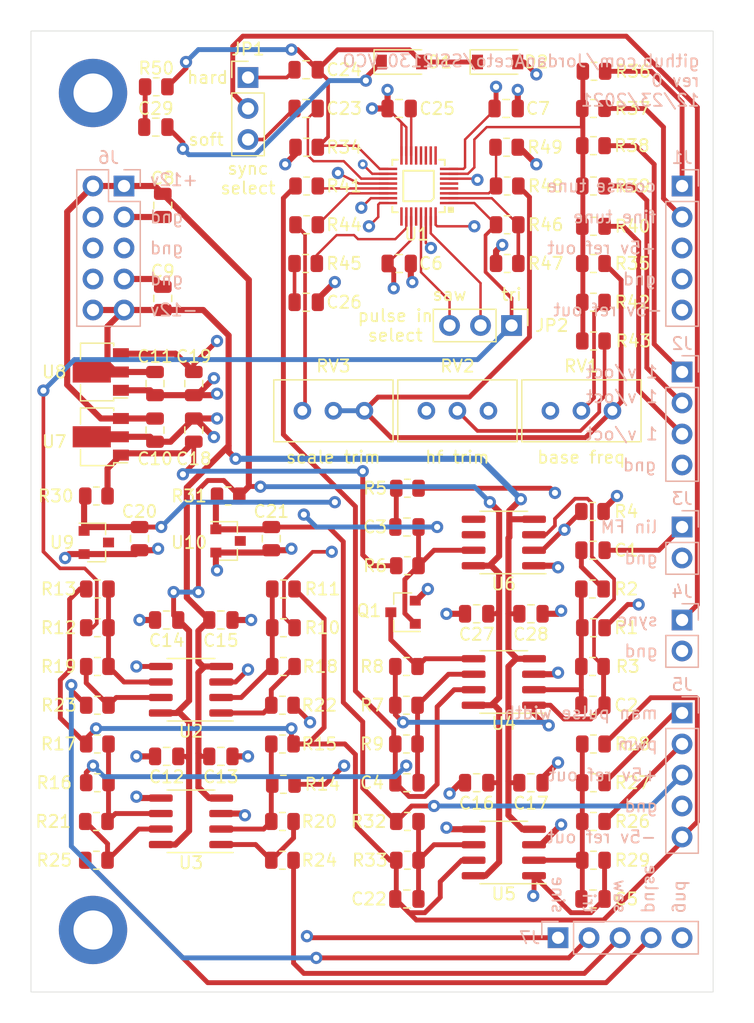
<source format=kicad_pcb>
(kicad_pcb (version 20211014) (generator pcbnew)
  (title_block (title "SSI2130 VCO") (date "2022-06-04") (rev "0.1") (comment 1 "creativecommons.org/licenses/by/4.0") (comment 2 "License: CC by 4.0") (comment 3 "Author: Jordan Aceto"))
  (layers (0 "F.Cu" signal "Top_layer_1") (1 "In1.Cu" power "GND_layer_2") (2 "In2.Cu" signal "In_Layer_3") (31 "B.Cu" signal "Bottom_layer_4") (34 "B.Paste" user) (35 "F.Paste" user) (36 "B.SilkS" user "B.Silkscreen") (37 "F.SilkS" user "F.Silkscreen") (38 "B.Mask" user) (39 "F.Mask" user) (44 "Edge.Cuts" user))
  (net 0 "")
  (net 1 "/tzfm_conditioner/LIN_FM_IN")
  (net 2 "Net-(C1-Pad1)")
  (net 3 "Net-(C2-Pad2)")
  (net 4 "Net-(C2-Pad1)")
  (net 5 "Net-(C3-Pad2)")
  (net 6 "/VCO_core/TIME_REV_IN")
  (net 7 "Net-(C4-Pad2)")
  (net 8 "Net-(C5-Pad2)")
  (net 9 "GND")
  (net 10 "+5V")
  (net 11 "-5V")
  (net 12 "+12V")
  (net 13 "-12V")
  (net 14 "+2V5 REF")
  (net 15 "+5V REF")
  (net 16 "Net-(C22-Pad2)")
  (net 17 "-5V REF")
  (net 18 "Net-(C23-Pad2)")
  (net 19 "Net-(C23-Pad1)")
  (net 20 "Net-(C24-Pad1)")
  (net 21 "Net-(C25-Pad1)")
  (net 22 "Net-(C26-Pad1)")
  (net 23 "/VCO_core/LIN_FM_IN")
  (net 24 "/PWM_CV_generator/PWM_CV_OUT")
  (net 25 "Net-(C24-Pad2)")
  (net 26 "/VCO_core/FINE_TUNE_IN")
  (net 27 "/VCO_core/COARSE_TUNE_IN")
  (net 28 "/VCO_core/V_PER_OCT_IN_3")
  (net 29 "/VCO_core/V_PER_OCT_IN_2")
  (net 30 "/VCO_core/V_PER_OCT_IN_1")
  (net 31 "/VCO_core/SYNC_IN")
  (net 32 "/PWM_CV_generator/MANUAL_PW")
  (net 33 "/PWM_CV_generator/EXT_PWM_CV_IN")
  (net 34 "Net-(Q1-Pad3)")
  (net 35 "Net-(R4-Pad2)")
  (net 36 "Net-(R10-Pad1)")
  (net 37 "Net-(R12-Pad1)")
  (net 38 "Net-(R14-Pad1)")
  (net 39 "Net-(R16-Pad1)")
  (net 40 "Net-(R18-Pad1)")
  (net 41 "Net-(R19-Pad1)")
  (net 42 "Net-(R20-Pad1)")
  (net 43 "Net-(R21-Pad1)")
  (net 44 "Net-(R35-Pad1)")
  (net 45 "Net-(R41-Pad1)")
  (net 46 "Net-(R42-Pad2)")
  (net 47 "Net-(R43-Pad1)")
  (net 48 "Net-(R44-Pad2)")
  (net 49 "Net-(R44-Pad1)")
  (net 50 "Net-(R45-Pad1)")
  (net 51 "Net-(R46-Pad1)")
  (net 52 "Net-(R48-Pad1)")
  (net 53 "/level_shifters/FINAL_PULSE_OUT")
  (net 54 "/level_shifters/FINAL_SAW_OUT")
  (net 55 "Net-(C29-Pad1)")
  (net 56 "/level_shifters/FINAL_TRI_OUT")
  (net 57 "/level_shifters/FINAL_SINE_OUT")
  (net 58 "/VCO_core/RAW_TRI_OUT")
  (net 59 "Net-(JP2-Pad2)")
  (net 60 "/VCO_core/RAW_SAW_OUT")
  (net 61 "/VCO_core/RAW_SINE_OUT")
  (net 62 "/VCO_core/RAW_PULSE_OUT")
  (net 74 "Net-(RV2-Pad1)")
  (footprint "Capacitor_SMD:C_0805_2012Metric" (layer "F.Cu") (at 55.565 44.45)
    (fp_text reference "C6")
    (fp_text value "100n")
  )
  (footprint "Capacitor_SMD:C_0805_2012Metric" (layer "F.Cu") (at 71.44 96.52 180)
    (fp_text reference "C5")
    (fp_text value "10n")
  )
  (footprint "Capacitor_SMD:C_0805_2012Metric" (layer "F.Cu") (at 64.328 31.75 180)
    (fp_text reference "C7")
    (fp_text value "100n")
  )
  (footprint "Capacitor_SMD:C_0805_2012Metric" (layer "F.Cu") (at 36.195 39.69 -90)
    (fp_text reference "C8")
    (fp_text value "10u")
  )
  (footprint "Capacitor_SMD:C_0805_2012Metric" (layer "F.Cu") (at 36.195 47.31 -90)
    (fp_text reference "C9")
    (fp_text value "10u")
  )
  (footprint "Capacitor_SMD:C_0805_2012Metric" (layer "F.Cu") (at 36.515 84.836 180)
    (fp_text reference "C12")
    (fp_text value "100n")
  )
  (footprint "Capacitor_SMD:C_0805_2012Metric" (layer "F.Cu") (at 40.955 84.836 180)
    (fp_text reference "C13")
    (fp_text value "100n")
  )
  (footprint "Capacitor_SMD:C_0805_2012Metric" (layer "F.Cu") (at 36.515 73.66 180)
    (fp_text reference "C14")
    (fp_text value "100n")
  )
  (footprint "Capacitor_SMD:C_0805_2012Metric" (layer "F.Cu") (at 40.955 73.66 180)
    (fp_text reference "C15")
    (fp_text value "100n")
  )
  (footprint "Capacitor_SMD:C_0805_2012Metric" (layer "F.Cu") (at 61.91 86.995 180)
    (fp_text reference "C16")
    (fp_text value "100n")
  )
  (footprint "Capacitor_SMD:C_0805_2012Metric" (layer "F.Cu") (at 66.355 86.995 180)
    (fp_text reference "C17")
    (fp_text value "100n")
  )
  (footprint "Capacitor_SMD:C_0805_2012Metric" (layer "F.Cu") (at 34.29 66.995 -90)
    (fp_text reference "C20")
    (fp_text value "100n")
  )
  (footprint "Capacitor_SMD:C_0805_2012Metric" (layer "F.Cu") (at 45.085 66.995 -90)
    (fp_text reference "C21")
    (fp_text value "100n")
  )
  (footprint "Capacitor_SMD:C_0805_2012Metric" (layer "F.Cu") (at 56.195 96.52)
    (fp_text reference "C22")
    (fp_text value "100n")
  )
  (footprint "Capacitor_SMD:C_0805_2012Metric" (layer "F.Cu") (at 47.94 31.75 180)
    (fp_text reference "C23")
    (fp_text value "10n")
  )
  (footprint "Resistor_SMD:R_0805_2012Metric" (layer "F.Cu") (at 71.3975 71.12)
    (fp_text reference "R2")
    (fp_text value "100k")
  )
  (footprint "Capacitor_SMD:C_0805_2012Metric" (layer "F.Cu") (at 47.94 28.575 180)
    (fp_text reference "C24")
    (fp_text value "10n")
  )
  (footprint "Capacitor_SMD:C_0805_2012Metric" (layer "F.Cu") (at 55.56 31.75 180)
    (fp_text reference "C25")
    (fp_text value "3n9 COG")
  )
  (footprint "Capacitor_SMD:C_0805_2012Metric" (layer "F.Cu") (at 47.945 47.625)
    (fp_text reference "C26")
    (fp_text value "10n")
  )
  (footprint "Capacitor_SMD:C_0805_2012Metric" (layer "F.Cu") (at 61.91 73.152 180)
    (fp_text reference "C27")
    (fp_text value "100n")
  )
  (footprint "Capacitor_SMD:C_0805_2012Metric" (layer "F.Cu") (at 66.36 73.152 180)
    (fp_text reference "C28")
    (fp_text value "100n")
  )
  (footprint "MountingHole:MountingHole_3.2mm_M3_DIN965_Pad" (layer "F.Cu") (at 30.48 30.48)
    (fp_text reference "H1" hide)
    (fp_text value "MountingHole")
  )
  (footprint "MountingHole:MountingHole_3.2mm_M3_DIN965_Pad" (layer "F.Cu") (at 30.48 99.06)
    (fp_text reference "H2" hide)
    (fp_text value "MountingHole")
  )
  (footprint "Resistor_SMD:R_0805_2012Metric" (layer "F.Cu") (at 71.4775 74.295)
    (fp_text reference "R1")
    (fp_text value "100k")
  )
  (footprint "Resistor_SMD:R_0805_2012Metric" (layer "F.Cu") (at 46.0775 74.295)
    (fp_text reference "R10")
    (fp_text value "49k9")
  )
  (footprint "Resistor_SMD:R_0805_2012Metric" (layer "F.Cu") (at 46.0775 71.12)
    (fp_text reference "R11")
    (fp_text value "dnf")
  )
  (footprint "Resistor_SMD:R_0805_2012Metric" (layer "F.Cu") (at 30.8375 74.295 180)
    (fp_text reference "R12")
    (fp_text value "49k9")
  )
  (footprint "Resistor_SMD:R_0805_2012Metric" (layer "F.Cu") (at 30.8375 71.12 180)
    (fp_text reference "R13")
    (fp_text value "200k")
  )
  (footprint "Resistor_SMD:R_0805_2012Metric" (layer "F.Cu") (at 46.0775 87.122)
    (fp_text reference "R14")
    (fp_text value "49k9")
  )
  (footprint "Resistor_SMD:R_0805_2012Metric" (layer "F.Cu") (at 45.9975 83.82)
    (fp_text reference "R15")
    (fp_text value "200k")
  )
  (footprint "Resistor_SMD:R_0805_2012Metric" (layer "F.Cu") (at 30.8375 86.995 180)
    (fp_text reference "R16")
    (fp_text value "49k9")
  )
  (footprint "Resistor_SMD:R_0805_2012Metric" (layer "F.Cu") (at 30.8375 83.82 180)
    (fp_text reference "R17")
    (fp_text value "200k")
  )
  (footprint "Resistor_SMD:R_0805_2012Metric" (layer "F.Cu") (at 30.8375 77.47)
    (fp_text reference "R19")
    (fp_text value "200k")
  )
  (footprint "Resistor_SMD:R_0805_2012Metric" (layer "F.Cu") (at 45.9975 90.17 180)
    (fp_text reference "R20")
    (fp_text value "200k")
  )
  (footprint "Resistor_SMD:R_0805_2012Metric" (layer "F.Cu") (at 30.7575 90.17)
    (fp_text reference "R21")
    (fp_text value "200k")
  )
  (footprint "Resistor_SMD:R_0805_2012Metric" (layer "F.Cu") (at 45.9975 80.645 180)
    (fp_text reference "R22")
    (fp_text value "1k")
  )
  (footprint "Resistor_SMD:R_0805_2012Metric" (layer "F.Cu") (at 30.8375 80.645)
    (fp_text reference "R23")
    (fp_text value "1k")
  )
  (footprint "Resistor_SMD:R_0805_2012Metric" (layer "F.Cu") (at 45.9975 93.345 180)
    (fp_text reference "R24")
    (fp_text value "1k")
  )
  (footprint "Resistor_SMD:R_0805_2012Metric" (layer "F.Cu") (at 30.7575 93.345)
    (fp_text reference "R25")
    (fp_text value "1k")
  )
  (footprint "Resistor_SMD:R_0805_2012Metric" (layer "F.Cu") (at 71.4775 90.17)
    (fp_text reference "R26")
    (fp_text value "220k")
  )
  (footprint "Resistor_SMD:R_0805_2012Metric" (layer "F.Cu") (at 71.4775 86.995)
    (fp_text reference "R27")
    (fp_text value "220k")
  )
  (footprint "Resistor_SMD:R_0805_2012Metric" (layer "F.Cu") (at 71.4775 83.82)
    (fp_text reference "R28")
    (fp_text value "200k")
  )
  (footprint "Resistor_SMD:R_0805_2012Metric" (layer "F.Cu") (at 71.4775 93.345 180)
    (fp_text reference "R29")
    (fp_text value "51k")
  )
  (footprint "Resistor_SMD:R_0805_2012Metric" (layer "F.Cu") (at 30.7575 63.5 180)
    (fp_text reference "R30")
    (fp_text value "1k8")
  )
  (footprint "Resistor_SMD:R_0805_2012Metric" (layer "F.Cu") (at 41.5525 63.5 180)
    (fp_text reference "R31")
    (fp_text value "4k7")
  )
  (footprint "Resistor_SMD:R_0805_2012Metric" (layer "F.Cu") (at 56.2375 90.17 180)
    (fp_text reference "R32")
    (fp_text value "10k")
  )
  (footprint "Resistor_SMD:R_0805_2012Metric" (layer "F.Cu") (at 56.2375 93.345)
    (fp_text reference "R33")
    (fp_text value "10k")
  )
  (footprint "Resistor_SMD:R_0805_2012Metric" (layer "F.Cu") (at 47.9825 34.925 180)
    (fp_text reference "R34")
    (fp_text value "10k")
  )
  (footprint "Resistor_SMD:R_0805_2012Metric" (layer "F.Cu") (at 71.4775 44.45)
    (fp_text reference "R35")
    (fp_text value "100k")
  )
  (footprint "Resistor_SMD:R_0805_2012Metric" (layer "F.Cu") (at 71.5245 28.702)
    (fp_text reference "R36")
    (fp_text value "100k")
  )
  (footprint "Resistor_SMD:R_0805_2012Metric" (layer "F.Cu") (at 71.4775 31.75)
    (fp_text reference "R37")
    (fp_text value "1M")
  )
  (footprint "Resistor_SMD:R_0805_2012Metric" (layer "F.Cu") (at 71.4775 34.798)
    (fp_text reference "R38")
    (fp_text value "100k 0.5%")
  )
  (footprint "Resistor_SMD:R_0805_2012Metric" (layer "F.Cu") (at 71.4775 41.402)
    (fp_text reference "R40")
    (fp_text value "100k 0.5%")
  )
  (footprint "Resistor_SMD:R_0805_2012Metric" (layer "F.Cu") (at 47.9825 38.1 180)
    (fp_text reference "R41")
    (fp_text value "470k")
  )
  (footprint "Resistor_SMD:R_0805_2012Metric" (layer "F.Cu") (at 71.4775 47.625)
    (fp_text reference "R42")
    (fp_text value "10k")
  )
  (footprint "Resistor_SMD:R_0805_2012Metric" (layer "F.Cu") (at 71.4775 50.8 180)
    (fp_text reference "R43")
    (fp_text value "270k")
  )
  (footprint "Resistor_SMD:R_0805_2012Metric" (layer "F.Cu") (at 47.9825 41.275)
    (fp_text reference "R44")
    (fp_text value "47k")
  )
  (footprint "Resistor_SMD:R_0805_2012Metric" (layer "F.Cu") (at 47.9025 44.45 180)
    (fp_text reference "R45")
    (fp_text value "270R")
  )
  (footprint "Resistor_SMD:R_0805_2012Metric" (layer "F.Cu") (at 64.4125 44.45)
    (fp_text reference "R47")
    (fp_text value "4k7")
  )
  (footprint "Resistor_SMD:R_0805_2012Metric" (layer "F.Cu") (at 64.4125 38.1)
    (fp_text reference "R48")
    (fp_text value "12k")
  )
  (footprint "Resistor_SMD:R_0805_2012Metric" (layer "F.Cu") (at 64.3655 34.925 180)
    (fp_text reference "R49")
    (fp_text value "4k7")
  )
  (footprint "Package_SO:SOIC-8_3.9x4.9mm_P1.27mm" (layer "F.Cu") (at 38.507 79.375 180)
    (fp_text reference "U2")
    (fp_text value "TL072")
  )
  (footprint "Package_SO:SOIC-8_3.9x4.9mm_P1.27mm" (layer "F.Cu") (at 38.507 90.155 180)
    (fp_text reference "U3")
    (fp_text value "TL072")
  )
  (footprint "Package_SO:SOIC-8_3.9x4.9mm_P1.27mm" (layer "F.Cu") (at 64.135 92.71 180)
    (fp_text reference "U5")
    (fp_text value "TL072")
  )
  (footprint "Package_TO_SOT_SMD:SOT-23" (layer "F.Cu") (at 30.75 67.31)
    (fp_text reference "U9")
    (fp_text value "LM4040C-2.5")
  )
  (footprint "Package_TO_SOT_SMD:SOT-23" (layer "F.Cu") (at 41.545 67.183)
    (fp_text reference "U10")
    (fp_text value "LM4040DBZ-5")
  )
  (footprint "Resistor_SMD:R_0805_2012Metric" (layer "F.Cu") (at 71.4775 38.1)
    (fp_text reference "R39")
    (fp_text value "100k 0.5%")
  )
  (footprint "Resistor_SMD:R_0805_2012Metric" (layer "F.Cu") (at 56.2375 62.865)
    (fp_text reference "R5")
    (fp_text value "100k")
  )
  (footprint "Resistor_SMD:R_0805_2012Metric" (layer "F.Cu") (at 46.0775 77.47 180)
    (fp_text reference "R18")
    (fp_text value "100k")
  )
  (footprint "Package_SO:SOIC-8_3.9x4.9mm_P1.27mm" (layer "F.Cu") (at 64.135 67.31 180)
    (fp_text reference "U6")
    (fp_text value "LM311")
  )
  (footprint "Package_SO:SOIC-8_3.9x4.9mm_P1.27mm" (layer "F.Cu") (at 64.135 78.74 180)
    (fp_text reference "U4")
    (fp_text value "TL072")
  )
  (footprint "Resistor_SMD:R_0805_2012Metric" (layer "F.Cu") (at 56.1575 83.82)
    (fp_text reference "R9")
    (fp_text value "20k")
  )
  (footprint "Resistor_SMD:R_0805_2012Metric" (layer "F.Cu") (at 56.1575 77.47 180)
    (fp_text reference "R8")
    (fp_text value "20k")
  )
  (footprint "Resistor_SMD:R_0805_2012Metric" (layer "F.Cu") (at 56.1575 80.645 180)
    (fp_text reference "R7")
    (fp_text value "20k")
  )
  (footprint "Resistor_SMD:R_0805_2012Metric" (layer "F.Cu") (at 56.2375 69.215 180)
    (fp_text reference "R6")
    (fp_text value "10k")
  )
  (footprint "Resistor_SMD:R_0805_2012Metric" (layer "F.Cu") (at 71.3975 64.77 180)
    (fp_text reference "R4")
    (fp_text value "100R")
  )
  (footprint "Resistor_SMD:R_0805_2012Metric" (layer "F.Cu") (at 71.3975 77.47 180)
    (fp_text reference "R3")
    (fp_text value "100k")
  )
  (footprint "Package_TO_SOT_SMD:SOT-23" (layer "F.Cu") (at 55.88 73.025 180)
    (fp_text reference "Q1")
    (fp_text value "2N7002")
  )
  (footprint "Capacitor_SMD:C_0805_2012Metric" (layer "F.Cu") (at 71.44 67.945)
    (fp_text reference "C1")
    (fp_text value "100n")
  )
  (footprint "Capacitor_SMD:C_0805_2012Metric" (layer "F.Cu") (at 56.2 86.995)
    (fp_text reference "C4")
    (fp_text value "100p")
  )
  (footprint "Capacitor_SMD:C_0805_2012Metric" (layer "F.Cu") (at 56.2 66.04 180)
    (fp_text reference "C3")
    (fp_text value "100p")
  )
  (footprint "Capacitor_SMD:C_0805_2012Metric" (layer "F.Cu") (at 71.435 80.645 180)
    (fp_text reference "C2")
    (fp_text value "20p")
  )
  (footprint "Capacitor_SMD:C_0805_2012Metric" (layer "F.Cu") (at 35.56 58.105 -90)
    (fp_text reference "C10")
    (fp_text value "330n")
  )
  (footprint "Capacitor_SMD:C_0805_2012Metric" (layer "F.Cu") (at 35.56 54.29 90)
    (fp_text reference "C11")
    (fp_text value "330n")
  )
  (footprint "Capacitor_SMD:C_0805_2012Metric" (layer "F.Cu") (at 38.735 58.1 90)
    (fp_text reference "C18")
    (fp_text value "100n")
  )
  (footprint "Capacitor_SMD:C_0805_2012Metric" (layer "F.Cu") (at 38.735 54.29 90)
    (fp_text reference "C19")
    (fp_text value "100n")
  )
  (footprint "Package_TO_SOT_SMD:SOT-89-3" (layer "F.Cu") (at 31.115 53.34 180)
    (fp_text reference "U8")
    (fp_text value "L79L05_SOT89")
  )
  (footprint "Package_TO_SOT_SMD:SOT-89-3" (layer "F.Cu") (at 31.115 58.65 180)
    (fp_text reference "U7")
    (fp_text value "L78L05_SOT89")
  )
  (footprint "Resistor_SMD:R_0805_2012Metric" (layer "F.Cu") (at 64.4125 41.275 180)
    (fp_text reference "R46")
    (fp_text value "3k9")
  )
  (footprint "Capacitor_SMD:C_0805_2012Metric" (layer "F.Cu") (at 35.626 33.274)
    (fp_text reference "C29")
    (fp_text value "10u")
  )
  (footprint "Diode_SMD:D_SOD-123" (layer "F.Cu") (at 55.754 27.94)
    (fp_text reference "D1")
    (fp_text value "1N4148W")
  )
  (footprint "Diode_SMD:D_SOD-123" (layer "F.Cu") (at 63.628 27.94)
    (fp_text reference "D2")
    (fp_text value "1N4148W")
  )
  (footprint "Resistor_SMD:R_0805_2012Metric" (layer "F.Cu") (at 35.6635 29.972)
    (fp_text reference "R50")
    (fp_text value "10k")
  )
  (footprint "Connector_PinHeader_2.54mm:PinHeader_1x03_P2.54mm_Vertical" (layer "F.Cu") (at 64.77 49.53 -90)
    (fp_text reference "JP2")
    (fp_text value "pulse_input")
  )
  (footprint "Connector_PinHeader_2.54mm:PinHeader_1x03_P2.54mm_Vertical" (layer "F.Cu") (at 43.18 29.21)
    (fp_text reference "JP1")
    (fp_text value "sync_input")
  )
  (footprint "Potentiometer_THT:Potentiometer_Bourns_3296W_Vertical" (layer "F.Cu") (at 73.035 56.515)
    (fp_text reference "RV1")
    (fp_text value "5k")
  )
  (footprint "Potentiometer_THT:Potentiometer_Bourns_3296W_Vertical" (layer "F.Cu") (at 52.715 56.515)
    (fp_text reference "RV3")
    (fp_text value "5k")
  )
  (footprint "Potentiometer_THT:Potentiometer_Bourns_3296W_Vertical" (layer "F.Cu") (at 62.875 56.515)
    (fp_text reference "RV2")
    (fp_text value "5k")
  )
  (footprint "custom_footprints:PQN32_HandSoldering" (layer "F.Cu") (at 57.15 38.1 180)
    (fp_text reference "U1")
    (fp_text value "SSI2130")
  )
  (footprint "Connector_PinHeader_2.54mm:PinHeader_1x05_P2.54mm_Vertical" (layer "B.Cu") (at 78.74 38.1 180)
    (fp_text reference "J1")
    (fp_text value "tuning controls")
  )
  (footprint "Connector_PinHeader_2.54mm:PinHeader_1x04_P2.54mm_Vertical" (layer "B.Cu") (at 78.74 53.34 180)
    (fp_text reference "J2")
    (fp_text value "1 v/oct inputs")
  )
  (footprint "Connector_PinHeader_2.54mm:PinHeader_1x02_P2.54mm_Vertical" (layer "B.Cu") (at 78.74 66.04 180)
    (fp_text reference "J3")
    (fp_text value "linear FM input")
  )
  (footprint "Connector_PinHeader_2.54mm:PinHeader_1x02_P2.54mm_Vertical" (layer "B.Cu") (at 78.74 73.66 180)
    (fp_text reference "J4")
    (fp_text value "sync input")
  )
  (footprint "Connector_PinHeader_2.54mm:PinHeader_1x05_P2.54mm_Vertical" (layer "B.Cu") (at 78.74 81.28 180)
    (fp_text reference "J5")
    (fp_text value "PWM inputs")
  )
  (footprint "Connector_PinHeader_2.54mm:PinHeader_2x05_P2.54mm_Vertical" (layer "B.Cu") (at 33.02 38.1 180)
    (fp_text reference "J6")
    (fp_text value "power input")
  )
  (footprint "Connector_PinHeader_2.54mm:PinHeader_1x05_P2.54mm_Vertical" (layer "B.Cu") (at 68.58 99.695 -90)
    (fp_text reference "J7")
    (fp_text value "waveform outputs")
  )
  (gr_line (start 81.28 25.4) (end 25.4 25.4) (layer "Edge.Cuts") (width 0.05))
  (gr_line (start 25.4 104.14) (end 81.28 104.14) (layer "Edge.Cuts") (width 0.05))
  (gr_line (start 25.4 25.4) (end 25.4 104.14) (layer "Edge.Cuts") (width 0.05))
  (gr_line (start 81.28 104.14) (end 81.28 25.4) (layer "Edge.Cuts") (width 0.05))
  (gr_text "1 v/oct" (at 76.835 58.42) (layer "B.SilkS") (effects (font (size 1 1)) (justify left mirror)))
  (gr_text "lin FM" (at 76.835 66.04) (layer "B.SilkS") (effects (font (size 1 1)) (justify left mirror)))
  (gr_text "1 v/oct" (at 76.835 53.34) (layer "B.SilkS") (effects (font (size 1 1)) (justify left mirror)))
  (gr_text "1 v/oct" (at 76.835 55.372) (layer "B.SilkS") (effects (font (size 1 1)) (justify left mirror)))
  (gr_text "gnd" (at 76.835 68.58) (layer "B.SilkS") (effects (font (size 1 1)) (justify left mirror)))
  (gr_text "coarse tune" (at 76.708 38.1) (layer "B.SilkS") (effects (font (size 1 1)) (justify left mirror)))
  (gr_text "+5v ref out" (at 76.835 86.36) (layer "B.SilkS") (effects (font (size 1 1)) (justify left mirror)))
  (gr_text "gnd" (at 76.835 76.2) (layer "B.SilkS") (effects (font (size 1 1)) (justify left mirror)))
  (gr_text "gnd" (at 35.052 45.72) (layer "B.SilkS") (effects (font (size 1 1)) (justify right mirror)))
  (gr_text "man pulse width" (at 76.835 81.28) (layer "B.SilkS") (effects (font (size 1 1)) (justify left mirror)))
  (gr_text "pulse" (at 76.2 97.79 270) (layer "B.SilkS") (effects (font (size 1 1)) (justify left mirror)))
  (gr_text "gnd" (at 76.835 88.9) (layer "B.SilkS") (effects (font (size 1 1)) (justify left mirror)))
  (gr_text "sine" (at 68.58 97.79 -90) (layer "B.SilkS") (effects (font (size 1 1)) (justify left mirror)))
  (gr_text "saw" (at 73.66 97.79 270) (layer "B.SilkS") (effects (font (size 1 1)) (justify left mirror)))
  (gr_text "gnd" (at 35.052 43.18) (layer "B.SilkS") (effects (font (size 1 1)) (justify right mirror)))
  (gr_text "gnd" (at 76.708 45.72) (layer "B.SilkS") (effects (font (size 1 1)) (justify left mirror)))
  (gr_text "-12v" (at 35.052 48.26) (layer "B.SilkS") (effects (font (size 1 1)) (justify right mirror)))
  (gr_text "github.com/JordanAceto/SSI2130_VCO\nrev 0\n12/23/2021" (at 80.264 29.464) (layer "B.SilkS") (effects (font (size 1 1)) (justify left mirror)))
  (gr_text "-5v ref out" (at 76.708 91.44) (layer "B.SilkS") (effects (font (size 1 1)) (justify left mirror)))
  (gr_text "gnd" (at 76.708 60.96) (layer "B.SilkS") (effects (font (size 1 1)) (justify left mirror)))
  (gr_text "+12v" (at 35.052 37.592) (layer "B.SilkS") (effects (font (size 1 1)) (justify right mirror)))
  (gr_text "sync" (at 76.835 73.66) (layer "B.SilkS") (effects (font (size 1 1)) (justify left mirror)))
  (gr_text "pwm" (at 76.835 83.82) (layer "B.SilkS") (effects (font (size 1 1)) (justify left mirror)))
  (gr_text "+5v ref out" (at 76.708 43.18) (layer "B.SilkS") (effects (font (size 1 1)) (justify left mirror)))
  (gr_text "gnd" (at 35.052 40.64) (layer "B.SilkS") (effects (font (size 1 1)) (justify right mirror)))
  (gr_text "gnd" (at 78.74 97.79 270) (layer "B.SilkS") (effects (font (size 1 1)) (justify left mirror)))
  (gr_text "fine tune" (at 76.708 40.64) (layer "B.SilkS") (effects (font (size 1 1)) (justify left mirror)))
  (gr_text "tri" (at 71.12 97.79 270) (layer "B.SilkS") (effects (font (size 1 1)) (justify left mirror)))
  (gr_text "-5v ref out" (at 77.216 48.26) (layer "B.SilkS") (effects (font (size 1 1)) (justify left mirror)))
  (gr_text "scale trim" (at 50.165 60.325) (layer "F.SilkS") (effects (font (size 1 1))))
  (gr_text "sync\nselect" (at 43.18 37.465) (layer "F.SilkS") (effects (font (size 1 1))))
  (gr_text "soft" (at 41.275 34.29) (layer "F.SilkS") (effects (font (size 1 1)) (justify right)))
  (gr_text "hard" (at 38.1 29.21) (layer "F.SilkS") (effects (font (size 1 1)) (justify left)))
  (gr_text "hf trim" (at 60.325 60.325) (layer "F.SilkS") (effects (font (size 1 1))))
  (gr_text "pulse in\nselect" (at 55.245 49.53) (layer "F.SilkS") (effects (font (size 1 1))))
  (gr_text "tri" (at 64.77 46.99) (layer "F.SilkS") (effects (font (size 1 1))))
  (gr_text "saw" (at 59.69 46.99) (layer "F.SilkS") (effects (font (size 1 1))))
  (gr_text "base freq" (at 70.485 60.325) (layer "F.SilkS") (effects (font (size 1 1))))
  (segment (start 76.835 67.945) (end 78.74 66.04) (width 0.4) (layer "F.Cu") (net 1))
  (segment (start 72.39 67.945) (end 76.835 67.945) (width 0.4) (layer "F.Cu") (net 1))
  (segment (start 70.49 67.945) (end 70.49 69.3) (width 0.4) (layer "F.Cu") (net 2))
  (segment (start 70.49 69.3) (end 72.31 71.12) (width 0.4) (layer "F.Cu") (net 2))
  (segment (start 70.485 71.12) (end 70.485 79.375) (width 0.4) (layer "F.Cu") (net 3))
  (segment (start 66.61 79.375) (end 70.485 79.375) (width 0.4) (layer "F.Cu") (net 3))
  (segment (start 70.485 79.375) (end 70.485 80.645) (width 0.4) (layer "F.Cu") (net 3))
  (segment (start 71.34751 68.476056) (end 71.34751 64.071464) (width 0.3) (layer "F.Cu") (net 4))
  (segment (start 67.564 82.296) (end 66.61 81.342) (width 0.4) (layer "F.Cu") (net 4))
  (segment (start 66.61 81.342) (end 66.61 80.645) (width 0.4) (layer "F.Cu") (net 4))
  (segment (start 55.245 80.645) (end 55.245 81.407) (width 0.4) (layer "F.Cu") (net 4))
  (segment (start 71.52749 76.68749) (end 71.52749 73.596464) (width 0.3) (layer "F.Cu") (net 4))
  (segment (start 72.31 80.57) (end 72.385 80.645) (width 0.4) (layer "F.Cu") (net 4))
  (segment (start 68.326 65.367954) (end 68.326 65.934) (width 0.3) (layer "F.Cu") (net 4))
  (segment (start 72.31 77.47) (end 71.52749 76.68749) (width 0.3) (layer "F.Cu") (net 4))
  (segment (start 68.326 65.934) (end 67.585 66.675) (width 0.3) (layer "F.Cu") (net 4))
  (segment (start 70.996036 63.71999) (end 69.973964 63.71999) (width 0.3) (layer "F.Cu") (net 4))
  (segment (start 67.585 66.675) (end 66.61 66.675) (width 0.3) (layer "F.Cu") (net 4))
  (segment (start 72.385 80.645) (end 71.25999 81.77001) (width 0.4) (layer "F.Cu") (net 4))
  (segment (start 67.818 82.296) (end 67.564 82.296) (width 0.4) (layer "F.Cu") (net 4))
  (segment (start 55.245 81.407) (end 55.88 82.042) (width 0.4) (layer "F.Cu") (net 4))
  (segment (start 72.31 77.47) (end 72.31 80.57) (width 0.4) (layer "F.Cu") (net 4))
  (segment (start 69.07001 81.77001) (end 67.945 80.645) (width 0.4) (layer "F.Cu") (net 4))
  (segment (start 67.945 80.645) (end 66.61 80.645) (width 0.4) (layer "F.Cu") (net 4))
  (segment (start 69.973964 63.71999) (end 68.326 65.367954) (width 0.3) (layer "F.Cu") (net 4))
  (segment (start 71.52749 73.596464) (end 73.17251 71.951444) (width 0.3) (layer "F.Cu") (net 4))
  (segment (start 73.17251 70.301056) (end 71.34751 68.476056) (width 0.3) (layer "F.Cu") (net 4))
  (segment (start 55.245 77.47) (end 55.245 80.645) (width 0.4) (layer "F.Cu") (net 4))
  (segment (start 71.34751 64.071464) (end 70.996036 63.71999) (width 0.3) (layer "F.Cu") (net 4))
  (segment (start 73.17251 71.951444) (end 73.17251 70.301056) (width 0.3) (layer "F.Cu") (net 4))
  (segment (start 71.25999 81.77001) (end 69.07001 81.77001) (width 0.4) (layer "F.Cu") (net 4))
  (via (at 55.88 82.042) (size 1) (drill 0.5) (layers "F.Cu" "B.Cu") (net 4))
  (via (at 67.818 82.296) (size 1) (drill 0.5) (layers "F.Cu" "B.Cu") (net 4))
  (segment (start 67.564 82.042) (end 67.818 82.296) (width 0.4) (layer "B.Cu") (net 4))
  (segment (start 55.88 82.042) (end 67.564 82.042) (width 0.4) (layer "B.Cu") (net 4))
  (segment (start 55.325 62.865) (end 55.325 65.965) (width 0.4) (layer "F.Cu") (net 5))
  (segment (start 55.325 65.965) (end 55.25 66.04) (width 0.4) (layer "F.Cu") (net 5))
  (segment (start 58.674 66.04) (end 57.15 66.04) (width 0.4) (layer "F.Cu") (net 6))
  (segment (start 56.88 73.975) (end 56.029999 73.124999) (width 0.4) (layer "F.Cu") (net 6))
  (segment (start 56.029999 73.124999) (end 56.029999 70.335001) (width 0.4) (layer "F.Cu") (net 6))
  (segment (start 56.029999 70.335001) (end 57.15 69.215) (width 0.4) (layer "F.Cu") (net 6))
  (segment (start 57.15 66.04) (end 57.15 69.215) (width 0.4) (layer "F.Cu") (net 6))
  (segment (start 54.65 37.1) (end 53.356 37.1) (width 0.2) (layer "F.Cu") (net 6))
  (segment (start 58.42 67.945) (end 57.15 69.215) (width 0.4) (layer "F.Cu") (net 6))
  (segment (start 53.356 37.1) (end 52.578 36.322) (width 0.2) (layer "F.Cu") (net 6))
  (segment (start 61.66 67.945) (end 58.42 67.945) (width 0.4) (layer "F.Cu") (net 6))
  (via (at 47.752 65.024) (size 1) (drill 0.5) (layers "F.Cu" "B.Cu") (net 6))
  (via (at 58.674 66.04) (size 1) (drill 0.5) (layers "F.Cu" "B.Cu") (net 6))
  (via (at 52.578 36.322) (size 0.8) (drill 0.4) (layers "F.Cu" "B.Cu") (net 6))
  (segment (start 48.768 66.04) (end 58.674 66.04) (width 0.4) (layer "B.Cu") (net 6))
  (segment (start 47.752 65.024) (end 48.768 66.04) (width 0.4) (layer "B.Cu") (net 6))
  (segment (start 57.07 80.645) (end 57.07 86.915) (width 0.4) (layer "F.Cu") (net 7))
  (segment (start 61.66 78.105) (end 59.61 78.105) (width 0.4) (layer "F.Cu") (net 7))
  (segment (start 59.61 78.105) (end 57.07 80.645) (width 0.4) (layer "F.Cu") (net 7))
  (segment (start 57.07 86.915) (end 57.15 86.995) (width 0.4) (layer "F.Cu") (net 7))
  (segment (start 70.565 93.345) (end 70.565 96.445) (width 0.4) (layer "F.Cu") (net 8))
  (segment (start 70.565 96.445) (end 70.49 96.52) (width 0.4) (layer "F.Cu") (net 8))
  (segment (start 70.565 83.82) (end 70.565 93.345) (width 0.4) (layer "F.Cu") (net 8))
  (segment (start 67.183 93.345) (end 66.61 93.345) (width 0.4) (layer "F.Cu") (net 8))
  (segment (start 70.565 93.345) (end 67.183 93.345) (width 0.4) (layer "F.Cu") (net 8))
  (segment (start 35.155 58.65) (end 35.56 59.055) (width 0.5) (layer "F.Cu") (net 9))
  (segment (start 65.405 34.925) (end 66.802 36.322) (width 0.5) (layer "F.Cu") (net 9))
  (segment (start 61.66 90.805) (end 59.563 90.805) (width 0.5) (layer "F.Cu") (net 9))
  (segment (start 32.6775 58.65) (end 35.155 58.65) (width 0.5) (layer "F.Cu") (net 9))
  (segment (start 32.765 54.84) (end 35.16 54.84) (width 0.5) (layer "F.Cu") (net 9))
  (segment (start 56.957 72.075) (end 57.912 71.12) (width 0.5) (layer "F.Cu") (net 9))
  (segment (start 33.975 68.26) (end 34.29 67.945) (width 0.5) (layer "F.Cu") (net 9))
  (segment (start 59.563 90.805) (end 59.436 90.678) (width 0.5) (layer "F.Cu") (net 9))
  (segment (start 60.579 86.995) (end 59.69 87.884) (width 0.5) (layer "F.Cu") (net 9))
  (segment (start 35.16 54.84) (end 35.56 55.24) (width 0.5) (layer "F.Cu") (net 9))
  (segment (start 35.56 59.055) (end 36.83 59.055) (width 0.5) (layer "F.Cu") (net 9))
  (segment (start 60.96 86.995) (end 60.579 86.995) (width 0.5) (layer "F.Cu") (net 9))
  (segment (start 41.905 73.66) (end 43.434 73.66) (width 0.5) (layer "F.Cu") (net 9))
  (segment (start 68.58 73.152) (end 68.834 72.898) (width 0.5) (layer "F.Cu") (net 9))
  (segment (start 29.75 68.26) (end 33.975 68.26) (width 0.5) (layer "F.Cu") (net 9))
  (segment (start 40.545 68.133) (end 40.545 69.501) (width 0.5) (layer "F.Cu") (net 9))
  (segment (start 40.982 78.74) (end 42.164 78.74) (width 0.4) (layer "F.Cu") (net 9))
  (segment (start 67.305 86.619) (end 68.58 85.344) (width 0.5) (layer "F.Cu") (net 9))
  (segment (start 36.032 77.47) (end 34.036 77.47) (width 0.4) (layer "F.Cu") (net 9))
  (segment (start 67.31 73.152) (end 68.58 73.152) (width 0.5) (layer "F.Cu") (net 9))
  (segment (start 38.994 55.24) (end 40.386 53.848) (width 0.5) (layer "F.Cu") (net 9))
  (segment (start 36.83 59.055) (end 38.735 57.15) (width 0.5) (layer "F.Cu") (net 9))
  (segment (start 65.278 31.75) (end 65.278 30.226) (width 0.5) (layer "F.Cu") (net 9))
  (segment (start 34.29 67.945) (end 35.687 67.945) (width 0.5) (layer "F.Cu") (net 9))
  (segment (start 56.515 44.45) (end 56.515 45.847) (width 0.5) (layer "F.Cu") (net 9))
  (segment (start 45.085 67.945) (end 46.609 67.945) (width 0.5) (layer "F.Cu") (net 9))
  (segment (start 38.862 57.15) (end 40.386 58.674) (width 0.5) (layer "F.Cu") (net 9))
  (segment (start 54.61 31.75) (end 54.61 30.226) (width 0.5) (layer "F.Cu") (net 9))
  (segment (start 56.88 72.075) (end 56.957 72.075) (width 0.5) (layer "F.Cu") (net 9))
  (segment (start 56.15 33.29) (end 54.61 31.75) (width 0.2) (layer "F.Cu") (net 9))
  (segment (start 55.75 35.6) (end 55.75 32.89) (width 0.2) (layer "F.Cu") (net 9))
  (segment (start 63.5 44.45) (end 63.5 43.434) (width 0.5) (layer "F.Cu") (net 9))
  (segment (start 29.75 68.26) (end 28.514 68.26) (width 0.5) (layer "F.Cu") (net 9))
  (segment (start 38.735 55.24) (end 35.56 55.24) (width 0.5) (layer "F.Cu") (net 9))
  (segment (start 42.784 89.52) (end 42.926 89.662) (width 0.5) (layer "F.Cu") (net 9))
  (segment (start 47.07 34.925) (end 47.07 35.48) (width 0.5) (layer "F.Cu") (net 9))
  (segment (start 48.895 47.371) (end 50.292 45.974) (width 0.5) (layer "F.Cu") (net 9))
  (segment (start 65.786 27.94) (end 66.802 28.956) (width 0.4) (layer "F.Cu") (net 9))
  (segment (start 66.61 92.075) (end 67.183 92.075) (width 0.5) (layer "F.Cu") (net 9))
  (segment (start 65.278 34.925) (end 65.405 34.925) (width 0.5) (layer "F.Cu") (net 9))
  (segment (start 63.5 43.434) (end 64.008 42.926) (width 0.5) (layer "F.Cu") (net 9))
  (segment (start 66.61 69.215) (end 68.453 69.215) (width 0.5) (layer "F.Cu") (net 9))
  (segment (start 40.518 55.24) (end 40.64 55.118) (width 0.5) (layer "F.Cu") (net 9))
  (segment (start 68.453 78.105) (end 68.58 77.978) (width 0.5) (layer "F.Cu") (net 9))
  (segment (start 47.07 35.48) (end 46.228 36.322) (width 0.5) (layer "F.Cu") (net 9))
  (segment (start 38.735 57.15) (end 40.64 57.15) (width 0.5) (layer "F.Cu") (net 9))
  (segment (start 40.545 69.501) (end 40.64 69.596) (width 0.5) (layer "F.Cu") (net 9))
  (segment (start 35.687 67.945) (end 35.814 67.818) (width 0.5) (layer "F.Cu") (net 9))
  (segment (start 72.31 64.596) (end 73.406 63.5) (width 0.5) (layer "F.Cu") (net 9))
  (segment (start 55.75 32.89) (end 54.61 31.75) (width 0.2) (layer "F.Cu") (net 9))
  (segment (start 41.905 84.836) (end 43.18 84.836) (width 0.5) (layer "F.Cu") (net 9))
  (segment (start 46.609 67.945) (end 46.736 67.818) (width 0.5) (layer "F.Cu") (net 9))
  (segment (start 72.31 64.77) (end 72.31 64.596) (width 0.5) (layer "F.Cu") (net 9))
  (segment (start 35.565 84.836) (end 34.036 84.836) (width 0.5) (layer "F.Cu") (net 9))
  (segment (start 60.96 73.152) (end 59.436 73.152) (width 0.5) (layer "F.Cu") (net 9))
  (segment (start 56.515 45.847) (end 56.642 45.974) (width 0.5) (layer "F.Cu") (net 9))
  (segment (start 35.555 45.72) (end 36.195 46.36) (width 0.5) (layer "F.Cu") (net 9))
  (segment (start 33.02 40.64) (end 36.195 40.64) (width 0.5) (layer "F.Cu") (net 9))
  (segment (start 65.278 27.94) (end 65.786 27.94) (width 0.4) (layer "F.Cu") (net 9))
  (segment (start 52.262614 37.9) (end 54.65 37.9) (width 0.2) (layer "F.Cu") (net 9))
  (segment (start 40.982 89.52) (end 42.784 89.52) (width 0.5) (layer "F.Cu") (net 9))
  (segment (start 50.546 37.033693) (end 52.262614 37.9) (width 0.2) (layer "F.Cu") (net 9))
  (segment (start 67.305 86.995) (end 67.305 86.619) (width 0.5) (layer "F.Cu") (net 9))
  (segment (start 54.61 31.75) (end 53.34 31.75) (width 0.5) (layer "F.Cu") (net 9))
  (segment (start 38.735 55.24) (end 38.994 55.24) (width 0.5) (layer "F.Cu") (net 9))
  (segment (start 44.897 68.133) (end 45.085 67.945) (width 0.5) (layer "F.Cu") (net 9))
  (segment (start 48.895 47.625) (end 48.895 47.371) (width 0.5) (layer "F.Cu") (net 9))
  (segment (start 66.61 78.105) (end 68.453 78.105) (width 0.5) (layer "F.Cu") (net 9))
  (segment (start 40.545 68.133) (end 44.897 68.133) (width 0.5) (layer "F.Cu") (net 9))
  (segment (start 34.148 88.25) (end 34.036 88.138) (width 0.5) (layer "F.Cu") (net 9))
  (segment (start 35.565 73.66) (end 34.29 73.66) (width 0.5) (layer "F.Cu") (net 9))
  (segment (start 38.735 57.15) (end 38.862 57.15) (width 0.5) (layer "F.Cu") (net 9))
  (segment (start 33.02 45.72) (end 35.555 45.72) (width 0.5) (layer "F.Cu") (net 9))
  (segment (start 36.032 88.25) (end 34.148 88.25) (width 0.5) (layer "F.Cu") (net 9))
  (segment (start 38.735 55.24) (end 40.518 55.24) (width 0.5) (layer "F.Cu") (net 9))
  (segment (start 28.514 68.26) (end 28.194 68.58) (width 0.5) (layer "F.Cu") (net 9))
  (segment (start 56.15 35.6) (end 56.15 33.29) (width 0.2) (layer "F.Cu") (net 9))
  (segment (start 42.164 78.74) (end 43.18 77.724) (width 0.4) (layer "F.Cu") (net 9))
  (segment (start 68.453 69.215) (end 68.58 69.342) (width 0.5) (layer "F.Cu") (net 9))
  (segment (start 67.183 92.075) (end 68.834 90.424) (width 0.5) (layer "F.Cu") (net 9))
  (via (at 68.58 69.342) (size 1) (drill 0.5) (layers "F.Cu" "B.Cu") (net 9))
  (via (at 46.736 67.818) (size 1) (drill 0.5) (layers "F.Cu" "B.Cu") (net 9))
  (via (at 66.802 28.956) (size 1) (drill 0.5) (layers "F.Cu" "B.Cu") (net 9))
  (via (at 53.34 31.75) (size 1) (drill 0.5) (layers "F.Cu" "B.Cu") (net 9))
  (via (at 40.386 58.674) (size 1) (drill 0.5) (layers "F.Cu" "B.Cu") (net 9))
  (via (at 43.18 84.836) (size 1) (drill 0.5) (layers "F.Cu" "B.Cu") (net 9))
  (via (at 40.64 57.15) (size 1) (drill 0.5) (layers "F.Cu" "B.Cu") (net 9))
  (via (at 68.58 77.978) (size 1) (drill 0.5) (layers "F.Cu" "B.Cu") (net 9))
  (via (at 34.036 88.138) (size 1) (drill 0.5) (layers "F.Cu" "B.Cu") (net 9))
  (via (at 64.008 42.926) (size 1) (drill 0.5) (layers "F.Cu" "B.Cu") (net 9))
  (via (at 28.194 68.58) (size 1) (drill 0.5) (layers "F.Cu" "B.Cu") (net 9))
  (via (at 59.69 87.884) (size 1) (drill 0.5) (layers "F.Cu" "B.Cu") (net 9))
  (via (at 43.18 77.724) (size 1) (drill 0.5) (layers "F.Cu" "B.Cu") (net 9))
  (via (at 57.912 71.12) (size 1) (drill 0.5) (layers "F.Cu" "B.Cu") (net 9))
  (via (at 34.29 73.66) (size 1) (drill 0.5) (layers "F.Cu" "B.Cu") (net 9))
  (via (at 73.406 63.5) (size 1) (drill 0.5) (layers "F.Cu" "B.Cu") (net 9))
  (via (at 50.546 37.033693) (size 1) (drill 0.5) (layers "F.Cu" "B.Cu") (net 9))
  (via (at 56.642 45.974) (size 1) (drill 0.5) (layers "F.Cu" "B.Cu") (net 9))
  (via (at 68.834 72.898) (size 1) (drill 0.5) (layers "F.Cu" "B.Cu") (net 9))
  (via (at 40.386 53.848) (size 1) (drill 0.5) (layers "F.Cu" "B.Cu") (net 9))
  (via (at 66.802 36.322) (size 1) (drill 0.5) (layers "F.Cu" "B.Cu") (net 9))
  (via (at 65.278 30.226) (size 1) (drill 0.5) (layers "F.Cu" "B.Cu") (net 9))
  (via (at 34.036 84.836) (size 1) (drill 0.5) (layers "F.Cu" "B.Cu") (net 9))
  (via (at 50.292 45.974) (size 1) (drill 0.5) (layers "F.Cu" "B.Cu") (net 9))
  (via (at 46.228 36.322) (size 1) (drill 0.5) (layers "F.Cu" "B.Cu") (net 9))
  (via (at 35.814 67.818) (size 1) (drill 0.5) (layers "F.Cu" "B.Cu") (net 9))
  (via (at 34.036 77.47) (size 1) (drill 0.5) (layers "F.Cu" "B.Cu") (net 9))
  (via (at 43.434 73.66) (size 1) (drill 0.5) (layers "F.Cu" "B.Cu") (net 9))
  (via (at 42.926 89.662) (size 1) (drill 0.5) (layers "F.Cu" "B.Cu") (net 9))
  (via (at 59.436 90.678) (size 1) (drill 0.5) (layers "F.Cu" "B.Cu") (net 9))
  (via (at 40.64 69.596) (size 1) (drill 0.5) (layers "F.Cu" "B.Cu") (net 9))
  (via (at 68.834 90.424) (size 1) (drill 0.5) (layers "F.Cu" "B.Cu") (net 9))
  (via (at 40.64 55.118) (size 1) (drill 0.5) (layers "F.Cu" "B.Cu") (net 9))
  (via (at 68.58 85.344) (size 1) (drill 0.5) (layers "F.Cu" "B.Cu") (net 9))
  (via (at 54.61 30.226) (size 1) (drill 0.5) (layers "F.Cu" "B.Cu") (net 9))
  (via (at 59.436 73.152) (size 1) (drill 0.5) (layers "F.Cu" "B.Cu") (net 9))
  (segment (start 56.55 42.515) (end 54.615 44.45) (width 0.2) (layer "F.Cu") (net 10))
  (segment (start 56.55 40.6) (end 56.55 42.515) (width 0.2) (layer "F.Cu") (net 10))
  (segment (start 52.832 29.212) (end 54.104 27.94) (width 0.4) (layer "F.Cu") (net 10))
  (segment (start 37.846 34.544) (end 36.576 33.274) (width 0.4) (layer "F.Cu") (net 10))
  (segment (start 53.213 68.961) (end 52.578 68.326) (width 0.4) (layer "F.Cu") (net 10))
  (segment (start 55.118 44.953) (end 54.615 44.45) (width 0.4) (layer "F.Cu") (net 10))
  (segment (start 38.735 60.833) (end 37.846 61.722) (width 0.4) (layer "F.Cu") (net 10))
  (segment (start 37.77999 60.00501) (end 32.90999 60.00501) (width 0.5) (layer "F.Cu") (net 10))
  (segment (start 37.846 35.052) (end 37.846 34.544) (width 0.4) (layer "F.Cu") (net 10))
  (segment (start 55.118 46.482) (end 55.118 44.953) (width 0.4) (layer "F.Cu") (net 10))
  (segment (start 52.832 29.464) (end 52.832 29.212) (width 0.4) (layer "F.Cu") (net 10))
  (segment (start 31.67 63.5) (end 31.67 61.245) (width 0.5) (layer "F.Cu") (net 10))
  (segment (start 38.735 59.05) (end 38.735 60.833) (width 0.4) (layer "F.Cu") (net 10))
  (segment (start 31.67 61.245) (end 32.765 60.15) (width 0.5) (layer "F.Cu") (net 10))
  (segment (start 55.325 69.215) (end 53.213 69.215) (width 0.4) (layer "F.Cu") (net 10))
  (segment (start 53.213 69.215) (end 53.213 68.961) (width 0.4) (layer "F.Cu") (net 10))
  (segment (start 52.578 68.326) (end 52.578 61.468) (width 0.4) (layer "F.Cu") (net 10))
  (segment (start 32.90999 60.00501) (end 32.765 60.15) (width 0.5) (layer "F.Cu") (net 10))
  (segment (start 38.735 59.05) (end 37.77999 60.00501) (width 0.5) (layer "F.Cu") (net 10))
  (via (at 55.118 46.482) (size 1) (drill 0.5) (layers "F.Cu" "B.Cu") (net 10))
  (via (at 37.846 35.052) (size 1) (drill 0.5) (layers "F.Cu" "B.Cu") (net 10))
  (via (at 37.846 61.722) (size 1) (drill 0.5) (layers "F.Cu" "B.Cu") (net 10))
  (via (at 52.832 29.464) (size 1) (drill 0.5) (layers "F.Cu" "B.Cu") (net 10))
  (via (at 52.578 61.468) (size 1) (drill 0.5) (layers "F.Cu" "B.Cu") (net 10))
  (segment (start 43.780001 35.540001) (end 49.856002 29.464) (width 0.4) (layer "B.Cu") (net 10))
  (segment (start 52.578 61.468) (end 38.1 61.468) (width 0.4) (layer "B.Cu") (net 10))
  (segment (start 38.334001 35.540001) (end 43.780001 35.540001) (width 0.4) (layer "B.Cu") (net 10))
  (segment (start 49.856002 29.464) (end 52.832 29.464) (width 0.4) (layer "B.Cu") (net 10))
  (segment (start 37.846 35.052) (end 38.334001 35.540001) (width 0.4) (layer "B.Cu") (net 10))
  (segment (start 38.1 61.468) (end 37.846 61.722) (width 0.4) (layer "B.Cu") (net 10))
  (segment (start 60.836 36.7) (end 60.96 36.576) (width 0.2) (layer "F.Cu") (net 11))
  (segment (start 38.735 53.34) (end 37.235 51.84) (width 0.5) (layer "F.Cu") (net 11))
  (segment (start 63.5 29.972) (end 63.5 31.628) (width 0.4) (layer "F.Cu") (net 11))
  (segment (start 59.65 36.7) (end 60.836 36.7) (width 0.2) (layer "F.Cu") (net 11))
  (segment (start 63.5 31.628) (end 63.378 31.75) (width 0.4) (layer "F.Cu") (net 11))
  (segment (start 38.735 52.705) (end 40.64 50.8) (width 0.4) (layer "F.Cu") (net 11))
  (segment (start 60.96 36.576) (end 60.96 34.29) (width 0.2) (layer "F.Cu") (net 11))
  (segment (start 37.235 51.84) (end 32.765 51.84) (width 0.5) (layer "F.Cu") (net 11))
  (segment (start 60.96 34.29) (end 63.5 31.75) (width 0.2) (layer "F.Cu") (net 11))
  (segment (start 38.735 53.34) (end 38.735 52.705) (width 0.4) (layer "F.Cu") (net 11))
  (via (at 63.5 29.972) (size 1) (drill 0.5) (layers "F.Cu" "B.Cu") (net 11))
  (via (at 40.64 50.8) (size 1) (drill 0.5) (layers "F.Cu" "B.Cu") (net 11))
  (segment (start 32.765 57.15) (end 35.555 57.15) (width 0.5) (layer "F.Cu") (net 12))
  (segment (start 35.555 57.15) (end 35.56 57.155) (width 0.5) (layer "F.Cu") (net 12))
  (segment (start 39.116 62.992) (end 39.116 71.374) (width 0.4) (layer "F.Cu") (net 12))
  (segment (start 62.635 94.615) (end 63.754 93.496) (width 0.5) (layer "F.Cu") (net 12))
  (segment (start 36.032 92.06) (end 37.226 92.06) (width 0.5) (layer "F.Cu") (net 12))
  (segment (start 63.03501 64.05101) (end 63.754 64.77) (width 0.5) (layer "F.Cu") (net 12))
  (segment (start 37.084 73.279) (end 37.465 73.66) (width 0.4) (layer "F.Cu") (net 12))
  (segment (start 62.86 73.152) (end 63.5 73.152) (width 0.4) (layer "F.Cu") (net 12))
  (segment (start 33.02 38.1) (end 35.555 38.1) (width 0.5) (layer "F.Cu") (net 12))
  (segment (start 37.338 81.28) (end 37.465 81.153) (width 0.5) (layer "F.Cu") (net 12))
  (segment (start 43.245998 62.719002) (end 44.177002 62.719002) (width 0.4) (layer "F.Cu") (net 12))
  (segment (start 63.754 69.85) (end 63.5 69.596) (width 0.5) (layer "F.Cu") (net 12))
  (segment (start 63.119 80.645) (end 63.246 80.518) (width 0.5) (layer "F.Cu") (net 12))
  (segment (start 36.032 81.28) (end 37.338 81.28) (width 0.5) (layer "F.Cu") (net 12))
  (segment (start 41.195 62.23) (end 39.878 62.23) (width 0.4) (layer "F.Cu") (net 12))
  (segment (start 61.66 94.615) (end 62.635 94.615) (width 0.5) (layer "F.Cu") (net 12))
  (segment (start 63.754 81.026) (end 63.246 80.518) (width 0.5) (layer "F.Cu") (net 12))
  (segment (start 37.465 84.836) (end 38.1 84.836) (width 0.4) (layer "F.Cu") (net 12))
  (segment (start 37.465 81.153) (end 38.354 80.264) (width 0.5) (layer "F.Cu") (net 12))
  (segment (start 61.66 80.645) (end 63.119 80.645) (width 0.5) (layer "F.Cu") (net 12))
  (segment (start 42.465 63.5) (end 41.195 62.23) (width 0.4) (layer "F.Cu") (net 12))
  (segment (start 38.354 74.549) (end 37.465 73.66) (width 0.5) (layer "F.Cu") (net 12))
  (segment (start 39.878 62.23) (end 39.116 62.992) (width 0.4) (layer "F.Cu") (net 12))
  (segment (start 63.5 69.596) (end 63.119 69.215) (width 0.5) (layer "F.Cu") (net 12))
  (segment (start 63.627 86.995) (end 63.754 87.122) (width 0.4) (layer "F.Cu") (net 12))
  (segment (start 28.36499 54.392902) (end 28.36499 40.21501) (width 0.5) (layer "F.Cu") (net 12))
  (segment (start 38.354 80.264) (end 38.354 74.549) (width 0.5) (layer "F.Cu") (net 12))
  (segment (start 63.754 72.898) (end 63.754 71.12) (width 0.5) (layer "F.Cu") (net 12))
  (segment (start 43.245998 45.790998) (end 36.693829 39.238829) (width 0.5) (layer "F.Cu") (net 12))
  (segment (start 35.555 38.1) (end 36.195 38.74) (width 0.5) (layer "F.Cu") (net 12))
  (segment (start 63.754 71.12) (end 63.754 69.85) (width 0.5) (layer "F.Cu") (net 12))
  (segment (start 63.5 73.152) (end 63.754 72.898) (width 0.4) (layer "F.Cu") (net 12))
  (segment (start 63.754 64.77) (end 63.754 68.41202) (width 0.5) (layer "F.Cu") (net 12))
  (segment (start 31.122088 57.15) (end 28.36499 54.392902) (width 0.5) (layer "F.Cu") (net 12))
  (segment (start 63.754 87.122) (end 63.754 81.026) (width 0.5) (layer "F.Cu") (net 12))
  (segment (start 63.754 80.01) (end 63.754 72.898) (width 0.5) (layer "F.Cu") (net 12))
  (segment (start 63.03501 69.13101) (end 63.5 69.596) (width 0.4) (layer "F.Cu") (net 12))
  (segment (start 63.754 68.41202) (end 63.03501 69.13101) (width 0.5) (layer "F.Cu") (net 12))
  (segment (start 63.119 69.215) (end 61.66 69.215) (width 0.5) (layer "F.Cu") (net 12))
  (segment (start 62.86 86.995) (end 63.627 86.995) (width 0.4) (layer "F.Cu") (net 12))
  (segment (start 38.354 85.09) (end 38.354 82.042) (width 0.5) (layer "F.Cu") (net 12))
  (segment (start 37.226 92.06) (end 38.354 90.932) (width 0.5) (layer "F.Cu") (net 12))
  (segment (start 38.1 84.836) (end 38.354 85.09) (width 0.4) (layer "F.Cu") (net 12))
  (segment (start 38.354 82.042) (end 37.465 81.153) (width 0.5) (layer "F.Cu") (net 12))
  (segment (start 44.177002 62.719002) (end 44.196 62.738) (width 0.4) (layer "F.Cu") (net 12))
  (segment (start 38.354 90.932) (end 38.354 85.09) (width 0.5) (layer "F.Cu") (net 12))
  (segment (start 63.246 80.518) (end 63.754 80.01) (width 0.5) (layer "F.Cu") (net 12))
  (segment (start 30.48 38.1) (end 33.02 38.1) (width 0.5) (layer "F.Cu") (net 12))
  (segment (start 42.465 63.5) (end 43.245998 62.719002) (width 0.5) (layer "F.Cu") (net 12))
  (segment (start 62.992 64.008) (end 63.03501 64.05101) (width 0.4) (layer "F.Cu") (net 12))
  (segment (start 28.36499 40.21501) (end 30.48 38.1) (width 0.5) (layer "F.Cu") (net 12))
  (segment (start 32.765 57.15) (end 31.122088 57.15) (width 0.5) (layer "F.Cu") (net 12))
  (segment (start 43.245998 62.719002) (end 43.245998 45.790998) (width 0.5) (layer "F.Cu") (net 12))
  (segment (start 36.693829 39.238829) (end 36.195 38.74) (width 0.5) (layer "F.Cu") (net 12))
  (segment (start 63.754 93.496) (end 63.754 87.122) (width 0.5) (layer "F.Cu") (net 12))
  (segment (start 37.084 71.374) (end 37.084 73.279) (width 0.4) (layer "F.Cu") (net 12))
  (via (at 62.992 64.008) (size 1) (drill 0.5) (layers "F.Cu" "B.Cu") (net 12))
  (via (at 44.196 62.738) (size 1) (drill 0.5) (layers "F.Cu" "B.Cu") (net 12))
  (via (at 39.116 71.374) (size 1) (drill 0.5) (layers "F.Cu" "B.Cu") (net 12))
  (via (at 37.084 71.374) (size 1) (drill 0.5) (layers "F.Cu" "B.Cu") (net 12))
  (segment (start 61.722 62.738) (end 62.992 64.008) (width 0.4) (layer "B.Cu") (net 12))
  (segment (start 39.116 71.374) (end 37.084 71.374) (width 0.4) (layer "B.Cu") (net 12))
  (segment (start 44.196 62.738) (end 61.722 62.738) (width 0.4) (layer "B.Cu") (net 12))
  (segment (start 65.532 63.765) (end 64.587728 64.709272) (width 0.5) (layer "F.Cu") (net 13))
  (segment (start 64.516 66.945456) (end 64.587728 66.873728) (width 0.5) (layer "F.Cu") (net 13))
  (segment (start 38.165999 62.808003) (end 41.590001 59.384001) (width 0.5) (layer "F.Cu") (net 13))
  (segment (start 40.982 77.47) (end 39.624 77.47) (width 0.5) (layer "F.Cu") (net 13))
  (segment (start 64.516 89.662) (end 64.516 86.868) (width 0.5) (layer "F.Cu") (net 13))
  (segment (start 65.659 90.805) (end 64.516 89.662) (width 0.5) (layer "F.Cu") (net 13))
  (segment (start 33.02 48.26) (end 36.195 48.26) (width 0.5) (layer "F.Cu") (net 13))
  (segment (start 39.99 88.25) (end 39.116 87.376) (width 0.5) (layer "F.Cu") (net 13))
  (segment (start 39.116 77.09602) (end 39.116 74.549) (width 0.5) (layer "F.Cu") (net 13))
  (segment (start 41.590001 59.384001) (end 41.590001 50.343999) (width 0.5) (layer "F.Cu") (net 13))
  (segment (start 32.354998 53.34) (end 31.664999 52.650001) (width 0.5) (layer "F.Cu") (net 13))
  (segment (start 64.587728 66.873728) (end 64.587728 65.460272) (width 0.5) (layer "F.Cu") (net 13))
  (segment (start 66.61 76.835) (end 65.21898 76.835) (width 0.5) (layer "F.Cu") (net 13))
  (segment (start 64.643 65.405) (end 66.61 65.405) (width 0.5) (layer "F.Cu") (net 13))
  (segment (start 32.6775 53.34) (end 35.56 53.34) (width 0.5) (layer "F.Cu") (net 13))
  (segment (start 65.18499 76.80101) (end 64.516 76.13202) (width 0.5) (layer "F.Cu") (net 13))
  (segment (start 38.165999 71.820999) (end 38.165999 62.808003) (width 0.5) (layer "F.Cu") (net 13))
  (segment (start 64.516 86.868) (end 64.516 77.47) (width 0.5) (layer "F.Cu") (net 13))
  (segment (start 66.61 90.805) (end 65.659 90.805) (width 0.5) (layer "F.Cu") (net 13))
  (segment (start 65.21898 76.835) (end 65.18499 76.80101) (width 0.5) (layer "F.Cu") (net 13))
  (segment (start 39.116 87.376) (end 39.116 84.582) (width 0.5) (layer "F.Cu") (net 13))
  (segment (start 64.587728 64.709272) (end 64.587728 66.873728) (width 0.5) (layer "F.Cu") (net 13))
  (segment (start 40.982 88.25) (end 39.99 88.25) (width 0.5) (layer "F.Cu") (net 13))
  (segment (start 31.664999 52.650001) (end 31.664999 49.615001) (width 0.5) (layer "F.Cu") (net 13))
  (segment (start 39.37 84.836) (end 39.116 84.582) (width 0.4) (layer "F.Cu") (net 13))
  (segment (start 39.116 77.978) (end 39.55699 77.53701) (width 0.5) (layer "F.Cu") (net 13))
  (segment (start 39.55699 77.53701) (end 39.116 77.09602) (width 0.5) (layer "F.Cu") (net 13))
  (segment (start 39.506002 48.26) (end 36.195 48.26) (width 0.5) (layer "F.Cu") (net 13))
  (segment (start 31.664999 49.615001) (end 33.02 48.26) (width 0.5) (layer "F.Cu") (net 13))
  (segment (start 40.005 84.836) (end 39.37 84.836) (width 0.4) (layer "F.Cu") (net 13))
  (segment (start 41.590001 59.384001) (end 41.590001 59.878001) (width 0.5) (layer "F.Cu") (net 13))
  (segment (start 64.516 76.13202) (end 64.516 73.152) (width 0.5) (layer "F.Cu") (net 13))
  (segment (start 39.116 74.549) (end 40.005 73.66) (width 0.5) (layer "F.Cu") (net 13))
  (segment (start 64.516 73.152) (end 64.516 66.945456) (width 0.5) (layer "F.Cu") (net 13))
  (segment (start 41.590001 50.343999) (end 39.506002 48.26) (width 0.5) (layer "F.Cu") (net 13))
  (segment (start 30.48 48.26) (end 33.02 48.26) (width 0.5) (layer "F.Cu") (net 13))
  (segment (start 39.624 77.47) (end 39.55699 77.53701) (width 0.5) (layer "F.Cu") (net 13))
  (segment (start 65.405 86.995) (end 64.643 86.995) (width 0.4) (layer "F.Cu") (net 13))
  (segment (start 40.005 73.66) (end 38.165999 71.820999) (width 0.5) (layer "F.Cu") (net 13))
  (segment (start 41.590001 59.878001) (end 42.164 60.452) (width 0.5) (layer "F.Cu") (net 13))
  (segment (start 64.516 77.47) (end 65.18499 76.80101) (width 0.5) (layer "F.Cu") (net 13))
  (segment (start 32.6775 53.34) (end 32.354998 53.34) (width 0.5) (layer "F.Cu") (net 13))
  (segment (start 65.41 73.152) (end 64.516 73.152) (width 0.4) (layer "F.Cu") (net 13))
  (segment (start 39.116 84.582) (end 39.116 77.978) (width 0.5) (layer "F.Cu") (net 13))
  (segment (start 64.643 86.995) (end 64.516 86.868) (width 0.4) (layer "F.Cu") (net 13))
  (segment (start 64.587728 65.460272) (end 64.643 65.405) (width 0.5) (layer "F.Cu") (net 13))
  (via (at 42.164 60.452) (size 1) (drill 0.5) (layers "F.Cu" "B.Cu") (net 13))
  (via (at 65.532 63.765) (size 1) (drill 0.5) (layers "F.Cu" "B.Cu") (net 13))
  (segment (start 62.219 60.452) (end 65.532 63.765) (width 0.5) (layer "B.Cu") (net 13))
  (segment (start 42.164 60.452) (end 62.219 60.452) (width 0.5) (layer "B.Cu") (net 13))
  (segment (start 54.90601 58.71601) (end 52.705 56.515) (width 0.4) (layer "F.Cu") (net 14))
  (segment (start 34.29 66.045) (end 30.065 66.045) (width 0.5) (layer "F.Cu") (net 14))
  (segment (start 74.295 72.39) (end 72.39 74.295) (width 0.4) (layer "F.Cu") (net 14))
  (segment (start 66.23751 50.482492) (end 61.325003 55.394999) (width 0.4) (layer "F.Cu") (net 14))
  (segment (start 70.82399 58.71601) (end 54.90601 58.71601) (width 0.4) (layer "F.Cu") (net 14))
  (segment (start 30.065 66.045) (end 29.75 66.36) (width 0.5) (layer "F.Cu") (net 14))
  (segment (start 53.825001 55.394999) (end 52.705 56.515) (width 0.4) (layer "F.Cu") (net 14))
  (segment (start 36.063 66.045) (end 36.068 66.04) (width 0.4) (layer "F.Cu") (net 14))
  (segment (start 65.325 38.1) (end 66.23751 39.01251) (width 0.4) (layer "F.Cu") (net 14))
  (segment (start 66.23751 39.01251) (end 66.23751 50.482492) (width 0.4) (layer "F.Cu") (net 14))
  (segment (start 29.75 66.36) (end 29.75 63.595) (width 0.5) (layer "F.Cu") (net 14))
  (segment (start 73.744999 55.795001) (end 73.744999 45.804999) (width 0.4) (layer "F.Cu") (net 14))
  (segment (start 54.65 39.1) (end 53.24 39.1) (width 0.2) (layer "F.Cu") (net 14))
  (segment (start 75.184 72.39) (end 74.295 72.39) (width 0.4) (layer "F.Cu") (net 14))
  (segment (start 73.744999 45.804999) (end 72.39 44.45) (width 0.4) (layer "F.Cu") (net 14))
  (segment (start 73.025 56.515) (end 73.744999 55.795001) (width 0.4) (layer "F.Cu") (net 14))
  (segment (start 29.75 63.595) (end 29.845 63.5) (width 0.5) (layer "F.Cu") (net 14))
  (segment (start 53.24 39.1) (end 52.462 39.878) (width 0.2) (layer "F.Cu") (net 14))
  (segment (start 73.025 56.515) (end 70.82399 58.71601) (width 0.4) (layer "F.Cu") (net 14))
  (segment (start 34.29 66.045) (end 36.063 66.045) (width 0.4) (layer "F.Cu") (net 14))
  (segment (start 61.325003 55.394999) (end 53.825001 55.394999) (width 0.4) (layer "F.Cu") (net 14))
  (via (at 36.068 66.04) (size 1) (drill 0.5) (layers "F.Cu" "B.Cu") (net 14))
  (via (at 50.292 64.008) (size 1) (drill 0.5) (layers "F.Cu" "B.Cu") (net 14))
  (via (at 75.184 72.39) (size 1) (drill 0.5) (layers "F.Cu" "B.Cu") (net 14))
  (via (at 52.462 39.878) (size 1) (drill 0.5) (layers "F.Cu" "B.Cu") (net 14))
  (segment (start 36.068 66.04) (end 38.1 64.008) (width 0.4) (layer "B.Cu") (net 14))
  (segment (start 50.165 56.515) (end 52.705 56.515) (width 0.4) (layer "B.Cu") (net 14))
  (segment (start 38.1 64.008) (end 50.292 64.008) (width 0.4) (layer "B.Cu") (net 14))
  (segment (start 50.984988 80.408531) (end 50.984988 67.240988) (width 0.4) (layer "F.Cu") (net 15))
  (segment (start 52.578 82.001543) (end 50.984988 80.408531) (width 0.4) (layer "F.Cu") (net 15))
  (segment (start 55.325 90.17) (end 56.595 88.9) (width 0.4) (layer "F.Cu") (net 15))
  (segment (start 40.545 66.233) (end 44.897 66.233) (width 0.5) (layer "F.Cu") (net 15))
  (segment (start 40.545 63.595) (end 40.64 63.5) (width 0.5) (layer "F.Cu") (net 15))
  (segment (start 50.984988 67.240988) (end 49.789 66.045) (width 0.4) (layer "F.Cu") (net 15))
  (segment (start 56.595 88.9) (end 58.42 88.9) (width 0.4) (layer "F.Cu") (net 15))
  (segment (start 49.789 66.045) (end 45.085 66.045) (width 0.4) (layer "F.Cu") (net 15))
  (segment (start 52.578 87.423) (end 52.578 82.001543) (width 0.4) (layer "F.Cu") (net 15))
  (segment (start 40.545 66.233) (end 40.545 63.595) (width 0.5) (layer "F.Cu") (net 15))
  (segment (start 55.325 90.17) (end 52.578 87.423) (width 0.4) (layer "F.Cu") (net 15))
  (segment (start 44.897 66.233) (end 45.085 66.045) (width 0.5) (layer "F.Cu") (net 15))
  (via (at 58.42 88.9) (size 1) (drill 0.5) (layers "F.Cu" "B.Cu") (net 15))
  (segment (start 58.42 88.9) (end 76.2 88.9) (width 0.4) (layer "B.Cu") (net 15))
  (segment (start 76.2 88.9) (end 78.74 86.36) (width 0.4) (layer "B.Cu") (net 15))
  (segment (start 57.15 96.515) (end 57.145 96.52) (width 0.4) (layer "F.Cu") (net 16))
  (segment (start 57.15 90.17) (end 57.15 96.515) (width 0.4) (layer "F.Cu") (net 16))
  (segment (start 61.66 92.075) (end 58.42 92.075) (width 0.4) (layer "F.Cu") (net 16))
  (segment (start 58.42 92.075) (end 57.15 93.345) (width 0.4) (layer "F.Cu") (net 16))
  (segment (start 46.736 82.55) (end 46.736 83.646) (width 0.4) (layer "F.Cu") (net 17))
  (segment (start 78.74 91.814256) (end 78.74 91.44) (width 0.4) (layer "F.Cu") (net 17))
  (segment (start 54.8125 93.345) (end 51.977989 90.510489) (width 0.4) (layer "F.Cu") (net 17))
  (segment (start 55.245 96.52) (end 56.37001 97.64501) (width 0.4) (layer "F.Cu") (net 17))
  (segment (start 79.910001 80.029999) (end 76.180001 80.029999) (width 0.4) (layer "F.Cu") (net 17))
  (segment (start 46.91 83.82) (end 48.068002 83.82) (width 0.4) (layer "F.Cu") (net 17))
  (segment (start 29.4125 71.12) (end 29.925 71.12) (width 0.4) (layer "F.Cu") (net 17))
  (segment (start 55.325 96.44) (end 55.245 96.52) (width 0.4) (layer "F.Cu") (net 17))
  (segment (start 49.414001 82.474001) (end 49.414001 73.544001) (width 0.4) (layer "F.Cu") (net 17))
  (segment (start 55.325 93.345) (end 54.8125 93.345) (width 0.4) (layer "F.Cu") (net 17))
  (segment (start 27.801999 78.561999) (end 28.563999 77.799999) (width 0.4) (layer "F.Cu") (net 17))
  (segment (start 28.563999 71.968501) (end 29.4125 71.12) (width 0.4) (layer "F.Cu") (net 17))
  (segment (start 27.801999 81.696999) (end 27.801999 78.561999) (width 0.4) (layer "F.Cu") (net 17))
  (segment (start 72.309237 98.245019) (end 78.74 91.814256) (width 0.4) (layer "F.Cu") (net 17))
  (segment (start 51.116004 83.82) (end 46.91 83.82) (width 0.4) (layer "F.Cu") (net 17))
  (segment (start 55.325 93.345) (end 55.325 96.44) (width 0.4) (layer "F.Cu") (net 17))
  (segment (start 51.977989 90.510489) (end 51.977989 84.681985) (width 0.4) (layer "F.Cu") (net 17))
  (segment (start 49.414001 73.544001) (end 46.99 71.12) (width 0.4) (layer "F.Cu") (net 17))
  (segment (start 46.736 83.646) (end 46.91 83.82) (width 0.4) (layer "F.Cu") (net 17))
  (segment (start 56.970019 98.245019) (end 72.309237 98.245019) (width 0.4) (layer "F.Cu") (net 17))
  (segment (start 29.925 83.82) (end 27.801999 81.696999) (width 0.4) (layer "F.Cu") (net 17))
  (segment (start 56.37001 97.64501) (end 57.664246 97.64501) (width 0.4) (layer "F.Cu") (net 17))
  (segment (start 51.977989 84.681985) (end 51.116004 83.82) (width 0.4) (layer "F.Cu") (net 17))
  (segment (start 55.245 96.52) (end 56.970019 98.245019) (width 0.4) (layer "F.Cu") (net 17))
  (segment (start 79.990001 80.109999) (end 79.910001 80.029999) (width 0.4) (layer "F.Cu") (net 17))
  (segment (start 78.74 91.44) (end 79.990001 90.189999) (width 0.4) (layer "F.Cu") (net 17))
  (segment (start 57.664246 97.64501) (end 58.928 96.381256) (width 0.4) (layer "F.Cu") (net 17))
  (segment (start 60.685 93.345) (end 61.66 93.345) (width 0.4) (layer "F.Cu") (net 17))
  (segment (start 28.563999 77.799999) (end 28.563999 71.968501) (width 0.4) (layer "F.Cu") (net 17))
  (segment (start 58.928 95.102) (end 60.685 93.345) (width 0.4) (layer "F.Cu") (net 17))
  (segment (start 29.925 83.359) (end 30.734 82.55) (width 0.4) (layer "F.Cu") (net 17))
  (segment (start 48.068002 83.82) (end 49.414001 82.474001) (width 0.4) (layer "F.Cu") (net 17))
  (segment (start 76.180001 80.029999) (end 72.39 83.82) (width 0.4) (layer "F.Cu") (net 17))
  (segment (start 29.925 83.82) (end 29.925 83.359) (width 0.4) (layer "F.Cu") (net 17))
  (segment (start 79.990001 90.189999) (end 79.990001 80.109999) (width 0.4) (layer "F.Cu") (net 17))
  (segment (start 58.928 96.381256) (end 58.928 95.102) (width 0.4) (layer "F.Cu") (net 17))
  (via (at 46.736 82.55) (size 1) (drill 0.5) (layers "F.Cu" "B.Cu") (net 17))
  (via (at 30.734 82.55) (size 1) (drill 0.5) (layers "F.Cu" "B.Cu") (net 17))
  (segment (start 30.734 82.55) (end 46.736 82.55) (width 0.4) (layer "B.Cu") (net 17))
  (segment (start 44.45 34.29) (end 46.99 31.75) (width 0.3) (layer "F.Cu") (net 18))
  (segment (start 43.18 34.29) (end 44.45 34.29) (width 0.3) (layer "F.Cu") (net 18))
  (segment (start 54.65 37.5) (end 52.456612 37.5) (width 0.2) (layer "F.Cu") (net 19))
  (segment (start 48.08249 32.55751) (end 48.89 31.75) (width 0.2) (layer "F.Cu") (net 19))
  (segment (start 52.456612 37.5) (end 51.024612 36.068) (width 0.2) (layer "F.Cu") (net 19))
  (segment (start 51.024612 36.068) (end 48.547666 36.068) (width 0.2) (layer "F.Cu") (net 19))
  (segment (start 48.08249 35.602824) (end 48.08249 32.55751) (width 0.2) (layer "F.Cu") (net 19))
  (segment (start 48.547666 36.068) (end 48.08249 35.602824) (width 0.2) (layer "F.Cu") (net 19))
  (segment (start 48.895 34.925) (end 49.74001 34.07999) (width 0.3) (layer "F.Cu") (net 20))
  (segment (start 50.525001 26.939999) (end 48.89 28.575) (width 0.4) (layer "F.Cu") (net 20))
  (segment (start 48.89 28.575) (end 47.239 26.924) (width 0.4) (layer "F.Cu") (net 20))
  (segment (start 47.239 26.924) (end 46.736 26.924) (width 0.4) (layer "F.Cu") (net 20))
  (segment (start 54.65 36.7) (end 53.972 36.7) (width 0.2) (layer "F.Cu") (net 20))
  (segment (start 49.74001 29.42501) (end 48.89 28.575) (width 0.3) (layer "F.Cu") (net 20))
  (segment (start 49.022 34.798) (end 48.895 34.925) (width 0.2) (layer "F.Cu") (net 20))
  (segment (start 38.1 27.94) (end 38.1 28.448) (width 0.4) (layer "F.Cu") (net 20))
  (segment (start 49.74001 34.07999) (end 49.74001 29.42501) (width 0.3) (layer "F.Cu") (net 20))
  (segment (start 52.07 34.798) (end 49.022 34.798) (width 0.2) (layer "F.Cu") (net 20))
  (segment (start 57.404 27.94) (end 56.403999 26.939999) (width 0.4) (layer "F.Cu") (net 20))
  (segment (start 56.403999 26.939999) (end 50.525001 26.939999) (width 0.4) (layer "F.Cu") (net 20))
  (segment (start 61.978 27.94) (end 57.404 27.94) (width 0.4) (layer "F.Cu") (net 20))
  (segment (start 53.972 36.7) (end 52.07 34.798) (width 0.2) (layer "F.Cu") (net 20))
  (segment (start 38.1 28.448) (end 36.576 29.972) (width 0.4) (layer "F.Cu") (net 20))
  (via (at 38.1 27.94) (size 1) (drill 0.5) (layers "F.Cu" "B.Cu") (net 20))
  (via (at 46.736 26.924) (size 1) (drill 0.5) (layers "F.Cu" "B.Cu") (net 20))
  (segment (start 46.736 26.924) (end 39.116 26.924) (width 0.4) (layer "B.Cu") (net 20))
  (segment (start 39.116 26.924) (end 38.1 27.94) (width 0.4) (layer "B.Cu") (net 20))
  (segment (start 56.55 35.6) (end 56.55 31.79) (width 0.2) (layer "F.Cu") (net 21))
  (segment (start 56.55 31.79) (end 56.51 31.75) (width 0.2) (layer "F.Cu") (net 21))
  (segment (start 46.99 47.62) (end 46.995 47.625) (width 0.3) (layer "F.Cu") (net 22))
  (segment (start 46.99 44.45) (end 46.99 47.62) (width 0.3) (layer "F.Cu") (net 22))
  (segment (start 58.674 87.115256) (end 58.674 80.772) (width 0.4) (layer "F.Cu") (net 23))
  (segment (start 56.37501 88.12001) (end 57.669246 88.12001) (width 0.4) (layer "F.Cu") (net 23))
  (segment (start 55.25 86.995) (end 56.37501 88.12001) (width 0.4) (layer "F.Cu") (net 23))
  (segment (start 55.245 83.82) (end 55.245 86.99) (width 0.4) (layer "F.Cu") (net 23))
  (segment (start 60.071 79.375) (end 61.66 79.375) (width 0.4) (layer "F.Cu") (net 23))
  (segment (start 51.97799 64.361988) (end 51.97799 79.471992) (width 0.4) (layer "F.Cu") (net 23))
  (segment (start 47.07 38.1) (end 46.07749 39.09251) (width 0.4) (layer "F.Cu") (net 23))
  (segment (start 55.118 82.612002) (end 55.118 83.693) (width 0.4) (layer "F.Cu") (net 23))
  (segment (start 55.245 86.99) (end 55.25 86.995) (width 0.4) (layer "F.Cu") (net 23))
  (segment (start 55.118 83.693) (end 55.245 83.82) (width 0.4) (layer "F.Cu") (net 23))
  (segment (start 51.97799 79.471992) (end 55.118 82.612002) (width 0.4) (layer "F.Cu") (net 23))
  (segment (start 46.07749 58.461488) (end 51.97799 64.361988) (width 0.4) (layer "F.Cu") (net 23))
  (segment (start 46.07749 39.09251) (end 46.07749 58.461488) (width 0.4) (layer "F.Cu") (net 23))
  (segment (start 57.669246 88.12001) (end 58.674 87.115256) (width 0.4) (layer "F.Cu") (net 23))
  (segment (start 58.674 80.772) (end 60.071 79.375) (width 0.4) (layer "F.Cu") (net 23))
  (segment (start 66.61 96.204) (end 66.548 96.266) (width 0.4) (layer "F.Cu") (net 24))
  (segment (start 66.61 94.615) (end 66.61 96.204) (width 0.4) (layer "F.Cu") (net 24))
  (segment (start 66.61 94.615) (end 69.64001 97.64501) (width 0.4) (layer "F.Cu") (net 24))
  (segment (start 72.39 96.52) (end 72.39 93.345) (width 0.4) (layer "F.Cu") (net 24))
  (segment (start 69.64001 97.64501) (end 71.26499 97.64501) (width 0.4) (layer "F.Cu") (net 24))
  (segment (start 71.26499 97.64501) (end 72.39 96.52) (width 0.4) (layer "F.Cu") (net 24))
  (segment (start 58.674 41.402) (end 61.722 41.402) (width 0.2) (layer "F.Cu") (net 24))
  (segment (start 58.55 41.278) (end 58.674 41.402) (width 0.2) (layer "F.Cu") (net 24))
  (segment (start 58.55 40.6) (end 58.55 41.278) (width 0.2) (layer "F.Cu") (net 24))
  (via (at 66.548 96.266) (size 1) (drill 0.5) (layers "F.Cu" "B.Cu") (net 24))
  (via (at 61.722 41.402) (size 1) (drill 0.5) (layers "F.Cu" "B.Cu") (net 24))
  (segment (start 46.355 29.21) (end 46.99 28.575) (width 0.3) (layer "F.Cu") (net 25))
  (segment (start 43.18 29.21) (end 46.355 29.21) (width 0.3) (layer "F.Cu") (net 25))
  (segment (start 77.216 33.274) (end 75.692 31.75) (width 0.4) (layer "F.Cu") (net 26))
  (segment (start 75.692 31.75) (end 72.39 31.75) (width 0.4) (layer "F.Cu") (net 26))
  (segment (start 78.74 40.64) (end 77.216 39.116) (width 0.4) (layer "F.Cu") (net 26))
  (segment (start 77.216 39.116) (end 77.216 33.274) (width 0.4) (layer "F.Cu") (net 26))
  (segment (start 76.2 28.702) (end 72.437 28.702) (width 0.4) (layer "F.Cu") (net 27))
  (segment (start 78.74 31.242) (end 76.2 28.702) (width 0.4) (layer "F.Cu") (net 27))
  (segment (start 78.74 38.1) (end 78.74 31.242) (width 0.4) (layer "F.Cu") (net 27))
  (segment (start 78.74 58.42) (end 75.184 54.864) (width 0.4) (layer "F.Cu") (net 28))
  (segment (start 73.914 41.402) (end 72.39 41.402) (width 0.4) (layer "F.Cu") (net 28))
  (segment (start 75.184 42.672) (end 73.914 41.402) (width 0.4) (layer "F.Cu") (net 28))
  (segment (start 75.184 54.864) (end 75.184 42.672) (width 0.4) (layer "F.Cu") (net 28))
  (segment (start 75.85399 52.99399) (end 75.85399 39.27799) (width 0.4) (layer "F.Cu") (net 29))
  (segment (start 78.74 55.88) (end 75.85399 52.99399) (width 0.4) (layer "F.Cu") (net 29))
  (segment (start 75.85399 39.27799) (end 74.676 38.1) (width 0.4) (layer "F.Cu") (net 29))
  (segment (start 74.676 38.1) (end 72.39 38.1) (width 0.4) (layer "F.Cu") (net 29))
  (segment (start 76.454 36.322) (end 74.93 34.798) (width 0.4) (layer "F.Cu") (net 30))
  (segment (start 76.454 51.054) (end 76.454 36.322) (width 0.4) (layer "F.Cu") (net 30))
  (segment (start 74.93 34.798) (end 72.39 34.798) (width 0.4) (layer "F.Cu") (net 30))
  (segment (start 78.74 53.34) (end 76.454 51.054) (width 0.4) (layer "F.Cu") (net 30))
  (segment (start 42.75499 25.82501) (end 41.929999 26.650001) (width 0.4) (layer "F.Cu") (net 31))
  (segment (start 79.990001 31.643459) (end 74.171552 25.82501) (width 0.4) (layer "F.Cu") (net 31))
  (segment (start 74.171552 25.82501) (end 42.75499 25.82501) (width 0.4) (layer "F.Cu") (net 31))
  (segment (start 78.74 73.66) (end 79.990001 72.409999) (width 0.4) (layer "F.Cu") (net 31))
  (segment (start 41.929999 30.499999) (end 43.18 31.75) (width 0.4) (layer "F.Cu") (net 31))
  (segment (start 79.990001 72.409999) (end 79.990001 31.643459) (width 0.4) (layer "F.Cu") (net 31))
  (segment (start 41.929999 26.650001) (end 41.929999 30.499999) (width 0.4) (layer "F.Cu") (net 31))
  (segment (start 78.105 81.28) (end 72.39 86.995) (width 0.4) (layer "F.Cu") (net 32))
  (segment (start 78.74 81.28) (end 78.105 81.28) (width 0.4) (layer "F.Cu") (net 32))
  (segment (start 78.74 83.82) (end 72.39 90.17) (width 0.4) (layer "F.Cu") (net 33))
  (segment (start 57.07 77.47) (end 54.88 75.28) (width 0.4) (layer "F.Cu") (net 34))
  (segment (start 57.705 76.835) (end 57.07 77.47) (width 0.4) (layer "F.Cu") (net 34))
  (segment (start 61.66 76.835) (end 57.705 76.835) (width 0.4) (layer "F.Cu") (net 34))
  (segment (start 54.88 75.28) (end 54.88 73.025) (width 0.4) (layer "F.Cu") (net 34))
  (segment (start 67.31 67.945) (end 70.485 64.77) (width 0.4) (layer "F.Cu") (net 35))
  (segment (start 66.61 67.945) (end 67.31 67.945) (width 0.4) (layer "F.Cu") (net 35))
  (segment (start 57.15 62.865) (end 67.945 62.865) (width 0.4) (layer "F.Cu") (net 35))
  (segment (start 67.945 62.865) (end 68.326 63.246) (width 0.4) (layer "F.Cu") (net 35))
  (via (at 69.108428 66.266126) (size 1) (drill 0.5) (layers "F.Cu" "B.Cu") (net 35))
  (via (at 68.326 63.246) (size 1) (drill 0.5) (layers "F.Cu" "B.Cu") (net 35))
  (segment (start 40.982 80.01) (end 42.625 80.01) (width 0.4) (layer "F.Cu") (net 36))
  (segment (start 42.625 80.01) (end 45.165 77.47) (width 0.4) (layer "F.Cu") (net 36))
  (segment (start 45.165 71.12) (end 45.165 77.47) (width 0.4) (layer "F.Cu") (net 36))
  (segment (start 33.02 78.74) (end 31.75 77.47) (width 0.4) (layer "F.Cu") (net 37))
  (segment (start 36.032 78.74) (end 33.02 78.74) (width 0.4) (layer "F.Cu") (net 37))
  (segment (start 31.75 71.12) (end 31.75 77.47) (width 0.4) (layer "F.Cu") (net 37))
  (segment (start 44.465 90.79) (end 45.085 90.17) (width 0.4) (layer "F.Cu") (net 38))
  (segment (start 45.085 83.82) (end 45.085 90.17) (width 0.4) (layer "F.Cu") (net 38))
  (segment (start 40.982 90.79) (end 44.465 90.79) (width 0.4) (layer "F.Cu") (net 38))
  (segment (start 36.032 89.52) (end 32.32 89.52) (width 0.4) (layer "F.Cu") (net 39))
  (segment (start 32.32 89.52) (end 31.67 90.17) (width 0.4) (layer "F.Cu") (net 39))
  (segment (start 31.75 90.09) (end 31.67 90.17) (width 0.4) (layer "F.Cu") (net 39))
  (segment (start 31.75 83.82) (end 31.75 90.09) (width 0.4) (layer "F.Cu") (net 39))
  (segment (start 45.085 79.375) (end 46.99 77.47) (width 0.4) (layer "F.Cu") (net 40))
  (segment (start 45.085 80.645) (end 45.085 79.375) (width 0.4) (layer "F.Cu") (net 40))
  (segment (start 44.45 81.28) (end 45.085 80.645) (width 0.4) (layer "F.Cu") (net 40))
  (segment (start 40.982 81.28) (end 44.45 81.28) (width 0.4) (layer "F.Cu") (net 40))
  (segment (start 29.925 77.47) (end 29.925 78.82) (width 0.4) (layer "F.Cu") (net 41))
  (segment (start 36.032 80.01) (end 32.385 80.01) (width 0.4) (layer "F.Cu") (net 41))
  (segment (start 32.385 80.01) (end 31.75 80.645) (width 0.4) (layer "F.Cu") (net 41))
  (segment (start 29.925 78.82) (end 31.75 80.645) (width 0.4) (layer "F.Cu") (net 41))
  (segment (start 40.982 92.06) (end 43.8 92.06) (width 0.4) (layer "F.Cu") (net 42))
  (segment (start 43.8 92.06) (end 45.085 93.345) (width 0.4) (layer "F.Cu") (net 42))
  (segment (start 46.91 91.52) (end 45.085 93.345) (width 0.4) (layer "F.Cu") (net 42))
  (segment (start 46.91 90.17) (end 46.91 91.52) (width 0.4) (layer "F.Cu") (net 42))
  (segment (start 34.225 90.79) (end 31.67 93.345) (width 0.4) (layer "F.Cu") (net 43))
  (segment (start 31.67 93.345) (end 31.67 91.995) (width 0.4) (layer "F.Cu") (net 43))
  (segment (start 31.67 91.995) (end 29.845 90.17) (width 0.4) (layer "F.Cu") (net 43))
  (segment (start 36.032 90.79) (end 34.225 90.79) (width 0.4) (layer "F.Cu") (net 43))
  (segment (start 61.198 37.1) (end 61.722 36.576) (width 0.2) (layer "F.Cu") (net 44))
  (segment (start 70.612 50.753) (end 70.565 50.8) (width 0.4) (layer "F.Cu") (net 44))
  (segment (start 70.565 33.274) (end 70.565 31.75) (width 0.4) (layer "F.Cu") (net 44))
  (segment (start 59.65 37.1) (end 61.198 37.1) (width 0.2) (layer "F.Cu") (net 44))
  (segment (start 70.612 28.702) (end 70.612 50.753) (width 0.4) (layer "F.Cu") (net 44))
  (segment (start 61.722 36.576) (end 61.722 34.29) (width 0.2) (layer "F.Cu") (net 44))
  (segment (start 61.722 34.29) (end 62.738 33.274) (width 0.2) (layer "F.Cu") (net 44))
  (segment (start 62.738 33.274) (end 70.565 33.274) (width 0.2) (layer "F.Cu") (net 44))
  (segment (start 54.65 38.3) (end 49.095 38.3) (width 0.2) (layer "F.Cu") (net 45))
  (segment (start 49.095 38.3) (end 48.895 38.1) (width 0.2) (layer "F.Cu") (net 45))
  (segment (start 70.485 56.515) (end 71.52749 55.47251) (width 0.3) (layer "F.Cu") (net 46))
  (segment (start 71.52749 48.48751) (end 72.39 47.625) (width 0.3) (layer "F.Cu") (net 46))
  (segment (start 71.52749 55.47251) (end 71.52749 48.48751) (width 0.3) (layer "F.Cu") (net 46))
  (segment (start 70.417602 58.166) (end 71.954999 56.628603) (width 0.3) (layer "F.Cu") (net 47))
  (segment (start 71.954999 56.628603) (end 71.954999 55.752121) (width 0.3) (layer "F.Cu") (net 47))
  (segment (start 60.325 56.515) (end 61.976 58.166) (width 0.3) (layer "F.Cu") (net 47))
  (segment (start 61.976 58.166) (end 70.417602 58.166) (width 0.3) (layer "F.Cu") (net 47))
  (segment (start 71.954999 55.752121) (end 72.39 55.31712) (width 0.3) (layer "F.Cu") (net 47))
  (segment (start 72.39 55.31712) (end 72.39 50.8) (width 0.3) (layer "F.Cu") (net 47))
  (segment (start 54.65 38.7) (end 51.47 38.7) (width 0.2) (layer "F.Cu") (net 48))
  (segment (start 51.47 38.7) (end 48.895 41.275) (width 0.2) (layer "F.Cu") (net 48))
  (segment (start 47.85251 56.28749) (end 47.85251 42.05751) (width 0.3) (layer "F.Cu") (net 49))
  (segment (start 47.85251 42.05751) (end 47.07 41.275) (width 0.3) (layer "F.Cu") (net 49))
  (segment (start 47.625 56.515) (end 47.85251 56.28749) (width 0.3) (layer "F.Cu") (net 49))
  (segment (start 48.815 44.45) (end 48.815 43.75) (width 0.2) (layer "F.Cu") (net 50))
  (segment (start 48.815 43.75) (end 50.439001 42.125999) (width 0.2) (layer "F.Cu") (net 50))
  (segment (start 56.15 41.55) (end 56.15 40.6) (width 0.2) (layer "F.Cu") (net 50))
  (segment (start 51.863995 42.125999) (end 52.193998 42.456002) (width 0.2) (layer "F.Cu") (net 50))
  (segment (start 52.193998 42.456002) (end 55.243998 42.456002) (width 0.2) (layer "F.Cu") (net 50))
  (segment (start 50.439001 42.125999) (end 51.863995 42.125999) (width 0.2) (layer "F.Cu") (net 50))
  (segment (start 55.243998 42.456002) (end 56.15 41.55) (width 0.2) (layer "F.Cu") (net 50))
  (segment (start 59.65 39.1) (end 63.15 39.1) (width 0.2) (layer "F.Cu") (net 51))
  (segment (start 65.325 44.45) (end 65.325 41.275) (width 0.3) (layer "F.Cu") (net 51))
  (segment (start 63.15 39.1) (end 65.325 41.275) (width 0.2) (layer "F.Cu") (net 51))
  (segment (start 63.5 34.972) (end 63.453 34.925) (width 0.2) (layer "F.Cu") (net 52))
  (segment (start 63.5 38.1) (end 63.5 34.972) (width 0.2) (layer "F.Cu") (net 52))
  (segment (start 59.65 38.7) (end 62.9 38.7) (width 0.2) (layer "F.Cu") (net 52))
  (segment (start 62.9 38.7) (end 63.5 38.1) (width 0.2) (layer "F.Cu") (net 52))
  (segment (start 29.845 93.345) (end 39.878 103.378) (width 0.4) (layer "F.Cu") (net 53))
  (segment (start 72.517 103.378) (end 76.2 99.695) (width 0.4) (layer "F.Cu") (net 53))
  (segment (start 39.878 103.378) (end 72.517 103.378) (width 0.4) (layer "F.Cu") (net 53))
  (segment (start 70.739 102.616) (end 47.752 102.616) (width 0.4) (layer "F.Cu") (net 54))
  (segment (start 46.91 101.774) (end 46.91 93.345) (width 0.4) (layer "F.Cu") (net 54))
  (segment (start 47.752 102.616) (end 46.91 101.774) (width 0.4) (layer "F.Cu") (net 54))
  (segment (start 73.66 99.695) (end 70.739 102.616) (width 0.4) (layer "F.Cu") (net 54))
  (segment (start 34.751 29.972) (end 34.751 33.199) (width 0.4) (layer "F.Cu") (net 55))
  (segment (start 34.751 33.199) (end 34.676 33.274) (width 0.4) (layer "F.Cu") (net 55))
  (segment (start 69.469 101.346) (end 48.768 101.346) (width 0.4) (layer "F.Cu") (net 56))
  (segment (start 28.702 78.994) (end 28.702 79.422) (width 0.4) (layer "F.Cu") (net 56))
  (segment (start 28.702 79.422) (end 29.925 80.645) (width 0.4) (layer "F.Cu") (net 56))
  (segment (start 71.12 99.695) (end 69.469 101.346) (width 0.4) (layer "F.Cu") (net 56))
  (via (at 48.768 101.346) (size 1) (drill 0.5) (layers "F.Cu" "B.Cu") (net 56))
  (via (at 28.702 78.994) (size 1) (drill 0.5) (layers "F.Cu" "B.Cu") (net 56))
  (segment (start 37.846 101.346) (end 28.702 92.202) (width 0.4) (layer "B.Cu") (net 56))
  (segment (start 28.702 92.202) (end 28.702 78.994) (width 0.4) (layer "B.Cu") (net 56))
  (segment (start 48.768 101.346) (end 37.846 101.346) (width 0.4) (layer "B.Cu") (net 56))
  (segment (start 48.26 82.042) (end 48.26 81.995) (width 0.4) (layer "F.Cu") (net 57))
  (segment (start 48.133 99.695) (end 48.006 99.568) (width 0.4) (layer "F.Cu") (net 57))
  (segment (start 68.58 99.695) (end 48.133 99.695) (width 0.4) (layer "F.Cu") (net 57))
  (segment (start 48.26 81.995) (end 46.91 80.645) (width 0.4) (layer "F.Cu") (net 57))
  (via (at 48.006 99.568) (size 1) (drill 0.5) (layers "F.Cu" "B.Cu") (net 57))
  (via (at 48.26 82.042) (size 1) (drill 0.5) (layers "F.Cu" "B.Cu") (net 57))
  (segment (start 27.785999 69.430001) (end 26.416 68.060002) (width 0.3) (layer "F.Cu") (net 58))
  (segment (start 30.4375 74.295) (end 30.78751 73.94499) (width 0.3) (layer "F.Cu") (net 58))
  (segment (start 64.77 49.53) (end 64.77 47.281046) (width 0.3) (layer "F.Cu") (net 58))
  (segment (start 30.78751 70.421464) (end 29.796047 69.430001) (width 0.3) (layer "F.Cu") (net 58))
  (segment (start 62.63749 42.13751) (end 63.5 41.275) (width 0.3) (layer "F.Cu") (net 58))
  (segment (start 26.416 68.060002) (end 26.416 54.864) (width 0.3) (layer "F.Cu") (net 58))
  (segment (start 61.725 39.5) (end 63.5 41.275) (width 0.2) (layer "F.Cu") (net 58))
  (segment (start 29.925 74.295) (end 30.4375 74.295) (width 0.3) (layer "F.Cu") (net 58))
  (segment (start 64.77 47.281046) (end 62.63749 45.148536) (width 0.3) (layer "F.Cu") (net 58))
  (segment (start 29.796047 69.430001) (end 27.785999 69.430001) (width 0.3) (layer "F.Cu") (net 58))
  (segment (start 59.65 39.5) (end 61.725 39.5) (width 0.2) (layer "F.Cu") (net 58))
  (segment (start 30.78751 73.94499) (end 30.78751 70.421464) (width 0.3) (layer "F.Cu") (net 58))
  (segment (start 62.63749 45.148536) (end 62.63749 42.13751) (width 0.3) (layer "F.Cu") (net 58))
  (via (at 26.416 54.864) (size 1) (drill 0.5) (layers "F.Cu" "B.Cu") (net 58))
  (segment (start 64.77 49.53) (end 61.976 52.324) (width 0.4) (layer "B.Cu") (net 58))
  (segment (start 61.976 52.324) (end 28.956 52.324) (width 0.4) (layer "B.Cu") (net 58))
  (segment (start 28.956 52.324) (end 26.416 54.864) (width 0.4) (layer "B.Cu") (net 58))
  (segment (start 62.23 46.059998) (end 62.23 49.53) (width 0.2) (layer "F.Cu") (net 59))
  (segment (start 58.15 41.979998) (end 62.23 46.059998) (width 0.2) (layer "F.Cu") (net 59))
  (segment (start 58.15 40.6) (end 58.15 41.979998) (width 0.2) (layer "F.Cu") (net 59))
  (segment (start 46.99 87.122) (end 49.529998 87.122) (width 0.4) (layer "F.Cu") (net 60))
  (segment (start 57.35 40.6) (end 57.35 45.158) (width 0.2) (layer "F.Cu") (net 60))
  (segment (start 49.529998 87.122) (end 51.054 85.597998) (width 0.4) (layer "F.Cu") (net 60))
  (segment (start 59.69 47.498) (end 59.69 49.53) (width 0.2) (layer "F.Cu") (net 60))
  (segment (start 57.35 45.158) (end 59.69 47.498) (width 0.2) (layer "F.Cu") (net 60))
  (via (at 51.054 85.597998) (size 1) (drill 0.5) (layers "F.Cu" "B.Cu") (net 60))
  (segment (start 53.848 39.624) (end 53.848 40.639994) (width 0.2) (layer "F.Cu") (net 61))
  (segment (start 53.972 39.5) (end 53.848 39.624) (width 0.2) (layer "F.Cu") (net 61))
  (segment (start 46.99 74.295) (end 46.12749 73.43249) (width 0.3) (layer "F.Cu") (net 61))
  (segment (start 54.65 39.5) (end 53.972 39.5) (width 0.2) (layer "F.Cu") (net 61))
  (segment (start 53.848 40.639994) (end 53.085994 41.402) (width 0.2) (layer "F.Cu") (net 61))
  (segment (start 46.12749 73.43249) (end 46.12749 70.421464) (width 0.3) (layer "F.Cu") (net 61))
  (segment (start 46.12749 70.421464) (end 48.476954 68.072) (width 0.3) (layer "F.Cu") (net 61))
  (segment (start 48.476954 68.072) (end 50.038 68.072) (width 0.3) (layer "F.Cu") (net 61))
  (via (at 50.038 68.072) (size 1) (drill 0.5) (layers "F.Cu" "B.Cu") (net 61))
  (via (at 53.085994 41.402) (size 1) (drill 0.5) (layers "F.Cu" "B.Cu") (net 61))
  (segment (start 57.75 40.6) (end 57.75 42.764) (width 0.2) (layer "F.Cu") (net 62))
  (segment (start 29.925 86.153) (end 30.48 85.598) (width 0.4) (layer "F.Cu") (net 62))
  (segment (start 57.75 42.764) (end 58.166 43.18) (width 0.2) (layer "F.Cu") (net 62))
  (segment (start 29.925 86.995) (end 29.925 86.153) (width 0.4) (layer "F.Cu") (net 62))
  (via (at 58.166 43.18) (size 1) (drill 0.5) (layers "F.Cu" "B.Cu") (net 62))
  (via (at 56.145 85.598) (size 1) (drill 0.5) (layers "F.Cu" "B.Cu") (net 62))
  (via (at 30.48 85.598) (size 1) (drill 0.5) (layers "F.Cu" "B.Cu") (net 62))
  (segment (start 55.245001 86.497999) (end 56.145 85.598) (width 0.4) (layer "B.Cu") (net 62))
  (segment (start 31.379999 86.497999) (end 55.245001 86.497999) (width 0.4) (layer "B.Cu") (net 62))
  (segment (start 30.48 85.598) (end 31.379999 86.497999) (width 0.4) (layer "B.Cu") (net 62))
  (segment (start 59.65 37.5) (end 61.884 37.5) (width 0.2) (layer "F.Cu") (net 74))
  (segment (start 61.884 37.5) (end 61.976 37.592) (width 0.2) (layer "F.Cu") (net 74))
  (via (at 61.976 37.592) (size 1) (drill 0.5) (layers "F.Cu" "B.Cu") (net 74))
)
</source>
